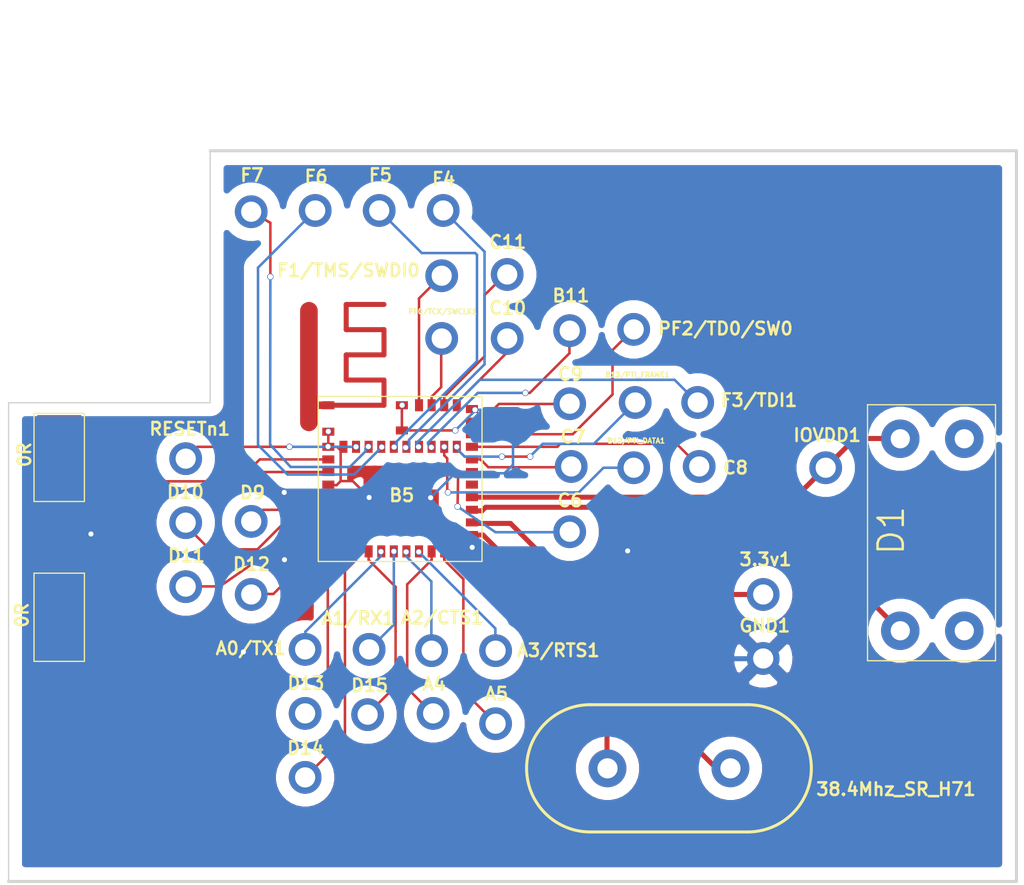
<source format=kicad_pcb>
(kicad_pcb (version 20171130) (host pcbnew 5.1.2-f72e74a~84~ubuntu18.04.1)

  (general
    (thickness 1.6)
    (drawings 22)
    (tracks 251)
    (zones 0)
    (modules 39)
    (nets 45)
  )

  (page A4)
  (layers
    (0 F.Cu signal)
    (31 B.Cu signal)
    (32 B.Adhes user)
    (33 F.Adhes user)
    (34 B.Paste user)
    (35 F.Paste user)
    (36 B.SilkS user)
    (37 F.SilkS user)
    (38 B.Mask user)
    (39 F.Mask user)
    (40 Dwgs.User user)
    (41 Cmts.User user)
    (42 Eco1.User user)
    (43 Eco2.User user)
    (44 Edge.Cuts user)
    (45 Margin user)
    (46 B.CrtYd user)
    (47 F.CrtYd user)
    (48 B.Fab user)
    (49 F.Fab user)
  )

  (setup
    (last_trace_width 0.1)
    (user_trace_width 0.2)
    (trace_clearance 0.2)
    (zone_clearance 0.508)
    (zone_45_only no)
    (trace_min 0.01)
    (via_size 0.8)
    (via_drill 0.4)
    (via_min_size 0.01)
    (via_min_drill 0.3)
    (uvia_size 0.3)
    (uvia_drill 0.1)
    (uvias_allowed no)
    (uvia_min_size 0.01)
    (uvia_min_drill 0.1)
    (edge_width 0.2)
    (segment_width 0.2)
    (pcb_text_width 0.3)
    (pcb_text_size 1.5 1.5)
    (mod_edge_width 0.2)
    (mod_text_size 1 1)
    (mod_text_width 0.15)
    (pad_size 1.3 1.3)
    (pad_drill 0.8)
    (pad_to_mask_clearance 0.051)
    (solder_mask_min_width 0.25)
    (aux_axis_origin 0 0)
    (grid_origin 239.35 46.19)
    (visible_elements 7FFFFFFF)
    (pcbplotparams
      (layerselection 0x010fc_ffffffff)
      (usegerberextensions false)
      (usegerberattributes false)
      (usegerberadvancedattributes false)
      (creategerberjobfile false)
      (excludeedgelayer true)
      (linewidth 0.100000)
      (plotframeref false)
      (viasonmask false)
      (mode 1)
      (useauxorigin false)
      (hpglpennumber 1)
      (hpglpenspeed 20)
      (hpglpendiameter 15.000000)
      (psnegative false)
      (psa4output false)
      (plotreference true)
      (plotvalue true)
      (plotinvisibletext false)
      (padsonsilk false)
      (subtractmaskfromsilk false)
      (outputformat 1)
      (mirror false)
      (drillshape 1)
      (scaleselection 1)
      (outputdirectory ""))
  )

  (net 0 "")
  (net 1 +3V3)
  (net 2 GND)
  (net 3 "Net-(B5-Pad40)")
  (net 4 "Net-(B5-Pad39)")
  (net 5 "Net-(B5-Pad41)")
  (net 6 "Net-(B5-Pad43)")
  (net 7 "Net-(B5-Pad44)")
  (net 8 "Net-(B5-Pad42)")
  (net 9 "Net-(B5-Pad34)")
  (net 10 "Net-(B5-Pad33)")
  (net 11 "Net-(B5-Pad32)")
  (net 12 "Net-(B5-Pad35)")
  (net 13 "Net-(B5-Pad30)")
  (net 14 "Net-(B5-Pad29)")
  (net 15 "Net-(B5-Pad24)")
  (net 16 "Net-(B5-Pad25)")
  (net 17 "Net-(B5-Pad23)")
  (net 18 "Net-(B5-Pad28)")
  (net 19 "Net-(B5-Pad27)")
  (net 20 "Net-(B5-Pad26)")
  (net 21 "Net-(B5-Pad47)")
  (net 22 "Net-(B5-Pad7)")
  (net 23 "Net-(B5-Pad6)")
  (net 24 "Net-(B5-Pad8)")
  (net 25 "Net-(B5-Pad9)")
  (net 26 "Net-(B5-Pad10)")
  (net 27 "Net-(B5-Pad11)")
  (net 28 "Net-(B5-Pad12)")
  (net 29 "Net-(D1-Pad3)")
  (net 30 "Net-(D1-Pad1)")
  (net 31 "Net-(A4-Pad1)")
  (net 32 "Net-(A5-Pad1)")
  (net 33 "Net-(A0/TX1-Pad1)")
  (net 34 "Net-(A1/RX1-Pad1)")
  (net 35 "Net-(A2/CTS1-Pad1)")
  (net 36 "Net-(A3/RTS1-Pad1)")
  (net 37 "Net-(0R1-Pad1)")
  (net 38 "Net-(0R1-Pad2)")
  (net 39 "Net-(0R2-Pad1)")
  (net 40 "Net-(B11-Pad1)")
  (net 41 "Net-(B12/PTI_DATA1-Pad1)")
  (net 42 "Net-(B13/PTI_FRAME1-Pad1)")
  (net 43 "Net-(38.4Mhz_SR_H71-Pad2)")
  (net 44 "Net-(38.4Mhz_SR_H71-Pad1)")

  (net_class Default "This is the default net class."
    (clearance 0.2)
    (trace_width 0.1)
    (via_dia 0.8)
    (via_drill 0.4)
    (uvia_dia 0.3)
    (uvia_drill 0.1)
    (add_net +3V3)
    (add_net GND)
    (add_net "Net-(0R1-Pad1)")
    (add_net "Net-(0R1-Pad2)")
    (add_net "Net-(0R2-Pad1)")
    (add_net "Net-(38.4Mhz_SR_H71-Pad1)")
    (add_net "Net-(38.4Mhz_SR_H71-Pad2)")
    (add_net "Net-(A0/TX1-Pad1)")
    (add_net "Net-(A1/RX1-Pad1)")
    (add_net "Net-(A2/CTS1-Pad1)")
    (add_net "Net-(A3/RTS1-Pad1)")
    (add_net "Net-(A4-Pad1)")
    (add_net "Net-(A5-Pad1)")
    (add_net "Net-(B11-Pad1)")
    (add_net "Net-(B12/PTI_DATA1-Pad1)")
    (add_net "Net-(B13/PTI_FRAME1-Pad1)")
    (add_net "Net-(B5-Pad10)")
    (add_net "Net-(B5-Pad11)")
    (add_net "Net-(B5-Pad12)")
    (add_net "Net-(B5-Pad23)")
    (add_net "Net-(B5-Pad24)")
    (add_net "Net-(B5-Pad25)")
    (add_net "Net-(B5-Pad26)")
    (add_net "Net-(B5-Pad27)")
    (add_net "Net-(B5-Pad28)")
    (add_net "Net-(B5-Pad29)")
    (add_net "Net-(B5-Pad30)")
    (add_net "Net-(B5-Pad32)")
    (add_net "Net-(B5-Pad33)")
    (add_net "Net-(B5-Pad34)")
    (add_net "Net-(B5-Pad35)")
    (add_net "Net-(B5-Pad39)")
    (add_net "Net-(B5-Pad40)")
    (add_net "Net-(B5-Pad41)")
    (add_net "Net-(B5-Pad42)")
    (add_net "Net-(B5-Pad43)")
    (add_net "Net-(B5-Pad44)")
    (add_net "Net-(B5-Pad47)")
    (add_net "Net-(B5-Pad6)")
    (add_net "Net-(B5-Pad7)")
    (add_net "Net-(B5-Pad8)")
    (add_net "Net-(B5-Pad9)")
    (add_net "Net-(D1-Pad1)")
    (add_net "Net-(D1-Pad3)")
  )

  (module Crystal_resonators:HC_49S (layer F.Cu) (tedit 5CC074F9) (tstamp 5CE1D326)
    (at 248.22 60.6)
    (descr "Crystal THT HC-49/U http://5hertz.com/pdfs/04404_D.pdf")
    (tags "THT crystalHC-49/U")
    (path /5CEA37F1)
    (fp_text reference 38.4Mhz_SR_H71 (at 11.45 0.83) (layer F.SilkS)
      (effects (font (size 0.5 0.5) (thickness 0.1)))
    )
    (fp_text value HC_49S (at 2.44 3.525) (layer F.Fab)
      (effects (font (size 0.5 0.5) (thickness 0.1)))
    )
    (fp_arc (start 5.565 0) (end 5.565 -2.525) (angle 180) (layer F.SilkS) (width 0.12))
    (fp_arc (start -0.685 0) (end -0.685 -2.525) (angle -180) (layer F.SilkS) (width 0.12))
    (fp_arc (start 5.44 0) (end 5.44 -2) (angle 180) (layer F.Fab) (width 0.1))
    (fp_arc (start -0.56 0) (end -0.56 -2) (angle -180) (layer F.Fab) (width 0.1))
    (fp_arc (start 5.565 0) (end 5.565 -2.325) (angle 180) (layer F.Fab) (width 0.1))
    (fp_arc (start -0.685 0) (end -0.685 -2.325) (angle -180) (layer F.Fab) (width 0.1))
    (fp_line (start 8.4 -2.8) (end -3.5 -2.8) (layer F.CrtYd) (width 0.05))
    (fp_line (start 8.4 2.8) (end 8.4 -2.8) (layer F.CrtYd) (width 0.05))
    (fp_line (start -3.5 2.8) (end 8.4 2.8) (layer F.CrtYd) (width 0.05))
    (fp_line (start -3.5 -2.8) (end -3.5 2.8) (layer F.CrtYd) (width 0.05))
    (fp_line (start -0.685 2.525) (end 5.565 2.525) (layer F.SilkS) (width 0.12))
    (fp_line (start -0.685 -2.525) (end 5.565 -2.525) (layer F.SilkS) (width 0.12))
    (fp_line (start -0.56 2) (end 5.44 2) (layer F.Fab) (width 0.1))
    (fp_line (start -0.56 -2) (end 5.44 -2) (layer F.Fab) (width 0.1))
    (fp_line (start -0.685 2.325) (end 5.565 2.325) (layer F.Fab) (width 0.1))
    (fp_line (start -0.685 -2.325) (end 5.565 -2.325) (layer F.Fab) (width 0.1))
    (fp_text user %R (at 2.56 2.1) (layer F.Fab)
      (effects (font (size 0.5 0.5) (thickness 0.1)))
    )
    (pad 2 thru_hole circle (at 4.88 0) (size 1.5 1.5) (drill 0.8) (layers *.Cu *.Mask)
      (net 43 "Net-(38.4Mhz_SR_H71-Pad2)"))
    (pad 1 thru_hole circle (at 0 0) (size 1.5 1.5) (drill 0.8) (layers *.Cu *.Mask)
      (net 44 "Net-(38.4Mhz_SR_H71-Pad1)"))
    (model ${KISYS3DMOD}/Crystal.3dshapes/Crystal_HC49-U_Vertical.wrl
      (at (xyz 0 0 0))
      (scale (xyz 1 1 0.18))
      (rotate (xyz 0 0 0))
    )
  )

  (module ICs:Ο (layer F.Cu) (tedit 5CDFF879) (tstamp 5CE19B87)
    (at 254.46 56.19)
    (path /5CE6FD28)
    (fp_text reference GND1 (at 0 -1.25) (layer F.SilkS)
      (effects (font (size 0.5 0.5) (thickness 0.1)))
    )
    (fp_text value O (at 0.24 0) (layer F.Fab)
      (effects (font (size 0.5 0.5) (thickness 0.1)))
    )
    (pad 1 thru_hole circle (at -0.06 0.05) (size 1.3 1.3) (drill 0.8) (layers *.Cu *.Mask)
      (net 2 GND))
  )

  (module ICs:Ο (layer F.Cu) (tedit 5CDFF879) (tstamp 5CE19A8A)
    (at 254.46 53.65)
    (path /5CE6E906)
    (fp_text reference 3.3v1 (at 0.03 -1.34) (layer F.SilkS)
      (effects (font (size 0.5 0.5) (thickness 0.1)))
    )
    (fp_text value O (at 0 0) (layer F.Fab)
      (effects (font (size 0.5 0.5) (thickness 0.1)))
    )
    (pad 1 thru_hole circle (at -0.06 0.05) (size 1.3 1.3) (drill 0.8) (layers *.Cu *.Mask)
      (net 1 +3V3))
  )

  (module ICs:DIP2_Switch (layer F.Cu) (tedit 5CE174E0) (tstamp 5CE18B79)
    (at 261.08 51.25 90)
    (path /5CE12987)
    (fp_text reference D1 (at 0.09 -1.6 90) (layer F.SilkS)
      (effects (font (size 1 1) (thickness 0.1)))
    )
    (fp_text value DIP2_Switch (at 0.09 0.94 90) (layer F.Fab)
      (effects (font (size 1 1) (thickness 0.1)))
    )
    (fp_line (start -5.08 2.54) (end -5.08 -2.54) (layer F.SilkS) (width 0.05))
    (fp_line (start 5.08 2.54) (end -5.08 2.54) (layer F.SilkS) (width 0.05))
    (fp_line (start 5.08 -2.54) (end 5.08 2.54) (layer F.SilkS) (width 0.05))
    (fp_line (start -5.08 -2.54) (end 5.08 -2.54) (layer F.SilkS) (width 0.05))
    (pad 4 thru_hole circle (at 3.73 -1.24 90) (size 1.524 1.524) (drill 0.762) (layers *.Cu *.Mask)
      (net 15 "Net-(B5-Pad24)"))
    (pad 2 thru_hole circle (at -3.89 -1.24 90) (size 1.524 1.524) (drill 0.762) (layers *.Cu *.Mask)
      (net 17 "Net-(B5-Pad23)"))
    (pad 3 thru_hole circle (at 3.73 1.3 90) (size 1.524 1.524) (drill 0.762) (layers *.Cu *.Mask)
      (net 29 "Net-(D1-Pad3)"))
    (pad 1 thru_hole circle (at -3.89 1.3 90) (size 1.524 1.524) (drill 0.762) (layers *.Cu *.Mask)
      (net 30 "Net-(D1-Pad1)"))
  )

  (module ICs:Ο (layer F.Cu) (tedit 5CDFF879) (tstamp 5CE116AB)
    (at 256.94 48.62)
    (path /5CE1CE15)
    (fp_text reference IOVDD1 (at 0 -1.24) (layer F.SilkS)
      (effects (font (size 0.5 0.5) (thickness 0.1)))
    )
    (fp_text value O (at -0.13 0.1) (layer F.Fab)
      (effects (font (size 0.5 0.5) (thickness 0.1)))
    )
    (pad 1 thru_hole circle (at -0.06 0.05) (size 1.3 1.3) (drill 0.8) (layers *.Cu *.Mask)
      (net 15 "Net-(B5-Pad24)"))
  )

  (module ICs:Ο (layer F.Cu) (tedit 5CDFF879) (tstamp 5CE17703)
    (at 246.78 51.16)
    (path /5CE8410C)
    (fp_text reference C6 (at -0.05 -1.19) (layer F.SilkS)
      (effects (font (size 0.5 0.5) (thickness 0.1)))
    )
    (fp_text value O (at -0.12 0.08) (layer F.Fab)
      (effects (font (size 0.5 0.5) (thickness 0.1)))
    )
    (pad 1 thru_hole circle (at -0.06 0.05) (size 1.3 1.3) (drill 0.8) (layers *.Cu *.Mask)
      (net 20 "Net-(B5-Pad26)"))
  )

  (module ICs:Ο (layer F.Cu) (tedit 5CDFF879) (tstamp 5CE176FE)
    (at 246.84 48.57)
    (path /5CE84DAB)
    (fp_text reference C7 (at 0.01 -1.13) (layer F.SilkS)
      (effects (font (size 0.5 0.5) (thickness 0.1)))
    )
    (fp_text value O (at 0 0) (layer F.Fab)
      (effects (font (size 0.5 0.5) (thickness 0.1)))
    )
    (pad 1 thru_hole circle (at -0.06 0.05) (size 1.3 1.3) (drill 0.8) (layers *.Cu *.Mask)
      (net 19 "Net-(B5-Pad27)"))
  )

  (module ICs:Ο (layer F.Cu) (tedit 5CDFF879) (tstamp 5CE176F9)
    (at 251.92 48.57)
    (path /5CE85725)
    (fp_text reference C8 (at 1.38 0.1) (layer F.SilkS)
      (effects (font (size 0.5 0.5) (thickness 0.1)))
    )
    (fp_text value O (at 0.01 0.22) (layer F.Fab)
      (effects (font (size 0.5 0.5) (thickness 0.1)))
    )
    (pad 1 thru_hole circle (at -0.06 0.05) (size 1.3 1.3) (drill 0.8) (layers *.Cu *.Mask)
      (net 18 "Net-(B5-Pad28)"))
  )

  (module ICs:Ο (layer F.Cu) (tedit 5CDFF879) (tstamp 5CE176F4)
    (at 246.78 46.08)
    (path /5CE88648)
    (fp_text reference C9 (at -0.03 -1.13) (layer F.SilkS)
      (effects (font (size 0.5 0.5) (thickness 0.1)))
    )
    (fp_text value O (at 0 0) (layer F.Fab) hide
      (effects (font (size 0.5 0.5) (thickness 0.1)))
    )
    (pad 1 thru_hole circle (at -0.06 0.05) (size 1.3 1.3) (drill 0.8) (layers *.Cu *.Mask)
      (net 13 "Net-(B5-Pad30)"))
  )

  (module ICs:Ο (layer F.Cu) (tedit 5CDFF879) (tstamp 5CE176EF)
    (at 244.3 43.49)
    (path /5CE97585)
    (fp_text reference C10 (at -0.04 -1.16) (layer F.SilkS)
      (effects (font (size 0.5 0.5) (thickness 0.1)))
    )
    (fp_text value O (at -0.29 0.05) (layer F.Fab)
      (effects (font (size 0.5 0.5) (thickness 0.1)))
    )
    (pad 1 thru_hole circle (at -0.06 0.05) (size 1.3 1.3) (drill 0.8) (layers *.Cu *.Mask)
      (net 11 "Net-(B5-Pad32)"))
  )

  (module ICs:Ο (layer F.Cu) (tedit 5CDFF879) (tstamp 5CE176EA)
    (at 244.3 40.95)
    (path /5CE97066)
    (fp_text reference C11 (at -0.04 -1.24) (layer F.SilkS)
      (effects (font (size 0.5 0.5) (thickness 0.1)))
    )
    (fp_text value O (at 0 0) (layer F.Fab)
      (effects (font (size 0.5 0.5) (thickness 0.1)))
    )
    (pad 1 thru_hole circle (at -0.06 0.05) (size 1.3 1.3) (drill 0.8) (layers *.Cu *.Mask)
      (net 10 "Net-(B5-Pad33)"))
  )

  (module ICs:Ο (layer F.Cu) (tedit 5CDFF879) (tstamp 5CE176E0)
    (at 243.84 58.78)
    (path /5CE7EBE3)
    (fp_text reference A5 (at -0.02 -1.14) (layer F.SilkS)
      (effects (font (size 0.5 0.5) (thickness 0.1)))
    )
    (fp_text value O (at 0 0) (layer F.Fab)
      (effects (font (size 0.5 0.5) (thickness 0.1)))
    )
    (pad 1 thru_hole circle (at -0.06 0.05) (size 1.3 1.3) (drill 0.8) (layers *.Cu *.Mask)
      (net 32 "Net-(A5-Pad1)"))
  )

  (module ICs:Ο (layer F.Cu) (tedit 5CDFF879) (tstamp 5CE176DB)
    (at 246.78 43.18)
    (path /5CE9B613)
    (fp_text reference B11 (at -0.01 -1.34) (layer F.SilkS)
      (effects (font (size 0.5 0.5) (thickness 0.1)))
    )
    (fp_text value O (at 0 0) (layer F.Fab)
      (effects (font (size 0.5 0.5) (thickness 0.1)))
    )
    (pad 1 thru_hole circle (at -0.06 0.05) (size 1.3 1.3) (drill 0.8) (layers *.Cu *.Mask)
      (net 40 "Net-(B11-Pad1)"))
  )

  (module ICs:Ο (layer F.Cu) (tedit 5CDFF879) (tstamp 5CE176D6)
    (at 241.36 58.37)
    (path /5CE7B663)
    (fp_text reference A4 (at -0.02 -1.11) (layer F.SilkS)
      (effects (font (size 0.5 0.5) (thickness 0.1)))
    )
    (fp_text value O (at 0 0) (layer F.Fab)
      (effects (font (size 0.5 0.5) (thickness 0.1)))
    )
    (pad 1 thru_hole circle (at -0.06 0.05) (size 1.3 1.3) (drill 0.8) (layers *.Cu *.Mask)
      (net 31 "Net-(A4-Pad1)"))
  )

  (module ICs:Ο (layer F.Cu) (tedit 5CDFF879) (tstamp 5CE176D1)
    (at 241.76 38.41)
    (path /5CE8E61A)
    (fp_text reference F4 (at -0.04 -1.2) (layer F.SilkS)
      (effects (font (size 0.5 0.5) (thickness 0.1)))
    )
    (fp_text value O (at -0.06 0.05) (layer F.Fab)
      (effects (font (size 0.5 0.5) (thickness 0.1)))
    )
    (pad 1 thru_hole circle (at -0.06 0.05) (size 1.3 1.3) (drill 0.8) (layers *.Cu *.Mask)
      (net 3 "Net-(B5-Pad40)"))
  )

  (module ICs:Ο (layer F.Cu) (tedit 5CDFF879) (tstamp 5CE176CC)
    (at 239.22 38.41)
    (path /5CE8DB58)
    (fp_text reference F5 (at -0.01 -1.35) (layer F.SilkS)
      (effects (font (size 0.5 0.5) (thickness 0.1)))
    )
    (fp_text value O (at 0 0) (layer F.Fab)
      (effects (font (size 0.5 0.5) (thickness 0.1)))
    )
    (pad 1 thru_hole circle (at -0.06 0.05) (size 1.3 1.3) (drill 0.8) (layers *.Cu *.Mask)
      (net 5 "Net-(B5-Pad41)"))
  )

  (module ICs:Ο (layer F.Cu) (tedit 5CDFF879) (tstamp 5CE176C7)
    (at 236.68 38.41)
    (path /5CE7424E)
    (fp_text reference F6 (at -0.02 -1.29) (layer F.SilkS)
      (effects (font (size 0.5 0.5) (thickness 0.1)))
    )
    (fp_text value O (at -0.06 0.05) (layer F.Fab)
      (effects (font (size 0.5 0.5) (thickness 0.1)))
    )
    (pad 1 thru_hole circle (at -0.06 0.05) (size 1.3 1.3) (drill 0.8) (layers *.Cu *.Mask)
      (net 8 "Net-(B5-Pad42)"))
  )

  (module ICs:Ο (layer F.Cu) (tedit 5CDFF879) (tstamp 5CE176C2)
    (at 234.14 38.46)
    (path /5CE7F086)
    (fp_text reference F7 (at -0.03 -1.4) (layer F.SilkS)
      (effects (font (size 0.5 0.5) (thickness 0.1)))
    )
    (fp_text value O (at -0.29 0) (layer F.Fab)
      (effects (font (size 0.5 0.5) (thickness 0.1)))
    )
    (pad 1 thru_hole circle (at -0.06 0.05) (size 1.3 1.3) (drill 0.8) (layers *.Cu *.Mask)
      (net 6 "Net-(B5-Pad43)"))
  )

  (module ICs:Ο (layer F.Cu) (tedit 5CDFF879) (tstamp 5CE176BD)
    (at 238.76 58.42)
    (path /5CE78506)
    (fp_text reference D15 (at 0.02 -1.11) (layer F.SilkS)
      (effects (font (size 0.5 0.5) (thickness 0.1)))
    )
    (fp_text value O (at -0.29 0) (layer F.Fab)
      (effects (font (size 0.5 0.5) (thickness 0.1)))
    )
    (pad 1 thru_hole circle (at -0.06 0.05) (size 1.3 1.3) (drill 0.8) (layers *.Cu *.Mask)
      (net 28 "Net-(B5-Pad12)"))
  )

  (module ICs:Ο (layer F.Cu) (tedit 5CDFF879) (tstamp 5CE176B8)
    (at 236.28 60.91)
    (path /5CE782A8)
    (fp_text reference D14 (at -0.04 -1.11) (layer F.SilkS)
      (effects (font (size 0.5 0.5) (thickness 0.1)))
    )
    (fp_text value O (at -0.06 0.05) (layer F.Fab)
      (effects (font (size 0.5 0.5) (thickness 0.1)))
    )
    (pad 1 thru_hole circle (at -0.06 0.05) (size 1.3 1.3) (drill 0.8) (layers *.Cu *.Mask)
      (net 27 "Net-(B5-Pad11)"))
  )

  (module ICs:Ο (layer F.Cu) (tedit 5CDFF879) (tstamp 5CE176B3)
    (at 236.28 58.37)
    (path /5CE77262)
    (fp_text reference D13 (at -0.03 -1.15) (layer F.SilkS)
      (effects (font (size 0.5 0.5) (thickness 0.1)))
    )
    (fp_text value O (at -0.04 0.09) (layer F.Fab)
      (effects (font (size 0.5 0.5) (thickness 0.1)))
    )
    (pad 1 thru_hole circle (at -0.06 0.05) (size 1.3 1.3) (drill 0.8) (layers *.Cu *.Mask)
      (net 26 "Net-(B5-Pad10)"))
  )

  (module ICs:Ο (layer F.Cu) (tedit 5CDFF879) (tstamp 5CE176AE)
    (at 234.14 53.65)
    (path /5CE73EAB)
    (fp_text reference D12 (at -0.05 -1.15) (layer F.SilkS)
      (effects (font (size 0.5 0.5) (thickness 0.1)))
    )
    (fp_text value O (at 0 0) (layer F.Fab)
      (effects (font (size 0.5 0.5) (thickness 0.1)))
    )
    (pad 1 thru_hole circle (at -0.06 0.05) (size 1.3 1.3) (drill 0.8) (layers *.Cu *.Mask)
      (net 25 "Net-(B5-Pad9)"))
  )

  (module ICs:Ο (layer F.Cu) (tedit 5CDFF879) (tstamp 5CE176A9)
    (at 231.54 53.34)
    (path /5CE73CED)
    (fp_text reference D11 (at -0.03 -1.18) (layer F.SilkS)
      (effects (font (size 0.5 0.5) (thickness 0.1)))
    )
    (fp_text value O (at -0.03 0.06) (layer F.Fab)
      (effects (font (size 0.5 0.5) (thickness 0.1)))
    )
    (pad 1 thru_hole circle (at -0.06 0.05) (size 1.3 1.3) (drill 0.8) (layers *.Cu *.Mask)
      (net 24 "Net-(B5-Pad8)"))
  )

  (module ICs:Ο (layer F.Cu) (tedit 5CDFF879) (tstamp 5CE176A4)
    (at 231.54 50.8)
    (path /5CE73B0C)
    (fp_text reference D10 (at -0.07 -1.16) (layer F.SilkS)
      (effects (font (size 0.5 0.5) (thickness 0.1)))
    )
    (fp_text value O (at 0 0) (layer F.Fab)
      (effects (font (size 0.5 0.5) (thickness 0.1)))
    )
    (pad 1 thru_hole circle (at -0.06 0.05) (size 1.3 1.3) (drill 0.8) (layers *.Cu *.Mask)
      (net 22 "Net-(B5-Pad7)"))
  )

  (module ICs:Ο (layer F.Cu) (tedit 5CDFF879) (tstamp 5CE1769F)
    (at 234.14 50.75)
    (path /5CE72BEA)
    (fp_text reference D9 (at -0.01 -1.09) (layer F.SilkS)
      (effects (font (size 0.5 0.5) (thickness 0.1)))
    )
    (fp_text value O (at -0.06 0) (layer F.Fab)
      (effects (font (size 0.5 0.5) (thickness 0.1)))
    )
    (pad 1 thru_hole circle (at -0.06 0.05) (size 1.3 1.3) (drill 0.8) (layers *.Cu *.Mask)
      (net 23 "Net-(B5-Pad6)"))
  )

  (module ICs:Ο (layer F.Cu) (tedit 5CDFF879) (tstamp 5CE1769A)
    (at 241.7 43.49)
    (path /5CE4F96B)
    (fp_text reference PF0/TCK/SWCLK1 (at -0.02 -1.02) (layer F.SilkS)
      (effects (font (size 0.2 0.2) (thickness 0.05)))
    )
    (fp_text value O (at -0.06 0.05) (layer F.Fab)
      (effects (font (size 0.5 0.5) (thickness 0.1)))
    )
    (pad 1 thru_hole circle (at -0.06 0.05) (size 1.3 1.3) (drill 0.8) (layers *.Cu *.Mask)
      (net 9 "Net-(B5-Pad34)"))
  )

  (module ICs:Ο (layer F.Cu) (tedit 5CDFF879) (tstamp 5CE17695)
    (at 249.38 46.03)
    (path /5CE50850)
    (fp_text reference B13/PTI_FRAME1 (at 0.03 -1.05) (layer F.SilkS)
      (effects (font (size 0.2 0.2) (thickness 0.05)))
    )
    (fp_text value O (at 0 0) (layer F.Fab)
      (effects (font (size 0.5 0.5) (thickness 0.1)))
    )
    (pad 1 thru_hole circle (at -0.06 0.05) (size 1.3 1.3) (drill 0.8) (layers *.Cu *.Mask)
      (net 42 "Net-(B13/PTI_FRAME1-Pad1)"))
  )

  (module ICs:Ο (layer F.Cu) (tedit 5CDFF879) (tstamp 5CE17690)
    (at 241.7 41)
    (path /5CE4A1D8)
    (fp_text reference F1/TMS/SWDI0 (at -3.76 -0.16) (layer F.SilkS)
      (effects (font (size 0.5 0.5) (thickness 0.1)))
    )
    (fp_text value O (at -0.06 0.05) (layer F.Fab)
      (effects (font (size 0.5 0.5) (thickness 0.1)))
    )
    (pad 1 thru_hole circle (at -0.06 0.05) (size 1.3 1.3) (drill 0.8) (layers *.Cu *.Mask)
      (net 12 "Net-(B5-Pad35)"))
  )

  (module ICs:Ο (layer F.Cu) (tedit 5CDFF879) (tstamp 5CE1768B)
    (at 249.32 48.62)
    (path /5CE5041A)
    (fp_text reference B12/PTI_DATA1 (at 0.04 -1.02) (layer F.SilkS)
      (effects (font (size 0.2 0.2) (thickness 0.05)))
    )
    (fp_text value O (at -0.06 0.05) (layer F.Fab)
      (effects (font (size 0.5 0.5) (thickness 0.1)))
    )
    (pad 1 thru_hole circle (at -0.06 0.05) (size 1.3 1.3) (drill 0.8) (layers *.Cu *.Mask)
      (net 41 "Net-(B12/PTI_DATA1-Pad1)"))
  )

  (module ICs:Ο (layer F.Cu) (tedit 5CDFF879) (tstamp 5CE17686)
    (at 251.86 46.03)
    (path /5CE50988)
    (fp_text reference F3/TDI1 (at 2.37 -0.04) (layer F.SilkS)
      (effects (font (size 0.5 0.5) (thickness 0.1)))
    )
    (fp_text value O (at -0.06 0) (layer F.Fab)
      (effects (font (size 0.5 0.5) (thickness 0.1)))
    )
    (pad 1 thru_hole circle (at -0.06 0.05) (size 1.3 1.3) (drill 0.8) (layers *.Cu *.Mask)
      (net 4 "Net-(B5-Pad39)"))
  )

  (module ICs:Ο (layer F.Cu) (tedit 5CDFF879) (tstamp 5CE17681)
    (at 249.32 43.13)
    (path /5CE47CAE)
    (fp_text reference PF2/TD0/SW0 (at 3.58 0.02) (layer F.SilkS)
      (effects (font (size 0.5 0.5) (thickness 0.1)))
    )
    (fp_text value O (at 0.02 0.02) (layer F.Fab)
      (effects (font (size 0.5 0.5) (thickness 0.1)))
    )
    (pad 1 thru_hole circle (at -0.06 0.05) (size 1.3 1.3) (drill 0.8) (layers *.Cu *.Mask)
      (net 14 "Net-(B5-Pad29)"))
  )

  (module Resistors_smd:1206_res_smd (layer F.Cu) (tedit 5CC07519) (tstamp 5CE1767C)
    (at 226.46 54.605 270)
    (path /5CE19F17)
    (fp_text reference 0R1 (at -0.075 1.45 270) (layer F.Fab)
      (effects (font (size 0.5 0.5) (thickness 0.1)))
    )
    (fp_text value 0R (at -0.085 1.48 270) (layer F.SilkS)
      (effects (font (size 0.5 0.5) (thickness 0.1)))
    )
    (fp_line (start -1.75 -1) (end 1.75 -1) (layer F.SilkS) (width 0.05))
    (fp_line (start 1.75 -1) (end 1.75 1) (layer F.SilkS) (width 0.05))
    (fp_line (start 1.75 1) (end -1.75 1) (layer F.SilkS) (width 0.05))
    (fp_line (start -1.75 1) (end -1.75 -1) (layer F.SilkS) (width 0.05))
    (pad 1 smd rect (at -1.275 0 270) (size 0.8 1.75) (layers F.Cu F.Paste F.Mask)
      (net 37 "Net-(0R1-Pad1)"))
    (pad 2 smd rect (at 1.275 0 270) (size 0.8 1.75) (layers F.Cu F.Paste F.Mask)
      (net 38 "Net-(0R1-Pad2)"))
  )

  (module Resistors_smd:1206_res_smd (layer F.Cu) (tedit 5CC07519) (tstamp 5CE17672)
    (at 226.46 48.26 270)
    (path /5CE17CED)
    (fp_text reference 0R2 (at -0.05 1.39 270) (layer F.Fab)
      (effects (font (size 0.5 0.5) (thickness 0.1)))
    )
    (fp_text value 0R (at -0.11 1.38 270) (layer F.SilkS)
      (effects (font (size 0.5 0.5) (thickness 0.1)))
    )
    (fp_line (start -1.75 -1) (end 1.75 -1) (layer F.SilkS) (width 0.05))
    (fp_line (start 1.75 -1) (end 1.75 1) (layer F.SilkS) (width 0.05))
    (fp_line (start 1.75 1) (end -1.75 1) (layer F.SilkS) (width 0.05))
    (fp_line (start -1.75 1) (end -1.75 -1) (layer F.SilkS) (width 0.05))
    (pad 1 smd rect (at -1.275 0 270) (size 0.8 1.75) (layers F.Cu F.Paste F.Mask)
      (net 39 "Net-(0R2-Pad1)"))
    (pad 2 smd rect (at 1.275 0 270) (size 0.8 1.75) (layers F.Cu F.Paste F.Mask)
      (net 37 "Net-(0R1-Pad1)"))
  )

  (module ICs:Ο (layer F.Cu) (tedit 5CDFF879) (tstamp 5CE17668)
    (at 238.82 55.83)
    (path /5CE23088)
    (fp_text reference A1/RX1 (at -0.5 -1.19) (layer F.SilkS)
      (effects (font (size 0.5 0.5) (thickness 0.1)))
    )
    (fp_text value O (at -0.06 0.05) (layer F.Fab)
      (effects (font (size 0.5 0.5) (thickness 0.1)))
    )
    (pad 1 thru_hole circle (at -0.06 0.05) (size 1.3 1.3) (drill 0.8) (layers *.Cu *.Mask)
      (net 34 "Net-(A1/RX1-Pad1)"))
  )

  (module ICs:Ο (layer F.Cu) (tedit 5CDFF879) (tstamp 5CE17663)
    (at 236.28 55.83)
    (path /5CE21FAD)
    (fp_text reference A0/TX1 (at -2.22 0.01) (layer F.SilkS)
      (effects (font (size 0.5 0.5) (thickness 0.1)))
    )
    (fp_text value O (at -0.06 0.05) (layer F.Fab)
      (effects (font (size 0.5 0.5) (thickness 0.1)))
    )
    (pad 1 thru_hole circle (at -0.06 0.05) (size 1.3 1.3) (drill 0.8) (layers *.Cu *.Mask)
      (net 33 "Net-(A0/TX1-Pad1)"))
  )

  (module ICs:Ο (layer F.Cu) (tedit 5CDFF879) (tstamp 5CE1765E)
    (at 241.3 55.88)
    (path /5CE23796)
    (fp_text reference A2/CTS1 (at 0.36 -1.26) (layer F.SilkS)
      (effects (font (size 0.5 0.5) (thickness 0.1)))
    )
    (fp_text value O (at -0.06 0) (layer F.Fab)
      (effects (font (size 0.5 0.5) (thickness 0.1)))
    )
    (pad 1 thru_hole circle (at -0.06 0.05) (size 1.3 1.3) (drill 0.8) (layers *.Cu *.Mask)
      (net 35 "Net-(A2/CTS1-Pad1)"))
  )

  (module ICs:Ο (layer F.Cu) (tedit 5CDFF879) (tstamp 5CE17659)
    (at 231.54 48.26)
    (path /5CE1EBCE)
    (fp_text reference RESETn1 (at 0.1 -1.13) (layer F.SilkS)
      (effects (font (size 0.5 0.5) (thickness 0.1)))
    )
    (fp_text value GPIO (at 0 0) (layer F.Fab)
      (effects (font (size 0.5 0.5) (thickness 0.1)))
    )
    (pad 1 thru_hole circle (at -0.06 0.05) (size 1.3 1.3) (drill 0.8) (layers *.Cu *.Mask)
      (net 7 "Net-(B5-Pad44)"))
  )

  (module ICs:Ο (layer F.Cu) (tedit 5CDFF879) (tstamp 5CE17654)
    (at 243.84 55.88)
    (path /5CE2A45A)
    (fp_text reference A3/RTS1 (at 2.43 0.04) (layer F.SilkS)
      (effects (font (size 0.5 0.5) (thickness 0.1)))
    )
    (fp_text value O (at 0 0) (layer F.Fab)
      (effects (font (size 0.5 0.5) (thickness 0.1)))
    )
    (pad 1 thru_hole circle (at -0.06 0.05) (size 1.3 1.3) (drill 0.8) (layers *.Cu *.Mask)
      (net 36 "Net-(A3/RTS1-Pad1)"))
  )

  (module "ICs:BGM13S Blue Gecko Bluetooth 5.0 SiP" (layer F.Cu) (tedit 5CDFEF4E) (tstamp 5CE1764F)
    (at 239.96 49.26)
    (path /5CE9B479)
    (fp_text reference B5 (at 0.094999 0.504999) (layer F.SilkS)
      (effects (font (size 0.5 0.5) (thickness 0.1)))
    )
    (fp_text value BGM13S_Blue_Gecko_Bluetooth_5.0_SiP (at 4.374999 -18.685001) (layer F.Fab)
      (effects (font (size 0.5 0.5) (thickness 0.1)))
    )
    (fp_text user PB13 (at 2.28 -0.97 270) (layer F.Fab)
      (effects (font (size 0.1 0.1) (thickness 0.01)))
    )
    (fp_text user PB12 (at 1.79 -0.98 270) (layer F.Fab)
      (effects (font (size 0.1 0.1) (thickness 0.01)))
    )
    (fp_text user PB11 (at 1.28 -0.98 270) (layer F.Fab)
      (effects (font (size 0.1 0.1) (thickness 0.01)))
    )
    (fp_text user PF3 (at 0.79 -1.02 270) (layer F.Fab)
      (effects (font (size 0.1 0.1) (thickness 0.01)))
    )
    (fp_text user PF4 (at 0.31 -0.99 270) (layer F.Fab)
      (effects (font (size 0.1 0.1) (thickness 0.01)))
    )
    (fp_text user PF5 (at -0.23 -1.01 270) (layer F.Fab)
      (effects (font (size 0.1 0.1) (thickness 0.01)))
    )
    (fp_text user PF6 (at -0.72 -0.97 270) (layer F.Fab)
      (effects (font (size 0.1 0.1) (thickness 0.01)))
    )
    (fp_text user PF7 (at -1.2 -0.97 270) (layer F.Fab)
      (effects (font (size 0.1 0.1) (thickness 0.01)))
    )
    (fp_text user RESETn (at -1.7 -0.84 270) (layer F.Fab)
      (effects (font (size 0.1 0.1) (thickness 0.01)))
    )
    (fp_text user VSS (at -2.2 -0.95 270) (layer F.Fab)
      (effects (font (size 0.1 0.1) (thickness 0.01)))
    )
    (fp_text user VSS (at 0.69 0.62 180) (layer F.Fab)
      (effects (font (size 0.1 0.1) (thickness 0.01)))
    )
    (fp_text user VSS (at -1.67 0.62 180) (layer F.Fab)
      (effects (font (size 0.1 0.1) (thickness 0.01)))
    )
    (fp_text user VSS (at -0.29 -2.09 180) (layer F.Fab)
      (effects (font (size 0.1 0.1) (thickness 0.01)))
    )
    (fp_text user VSS (at -0.32 -3.11 180) (layer F.Fab)
      (effects (font (size 0.1 0.1) (thickness 0.01)))
    )
    (fp_text user PF1 (at 0.79 -3.64 90) (layer F.Fab)
      (effects (font (size 0.1 0.1) (thickness 0.01)))
    )
    (fp_text user PF0 (at 1.29 -3.65 90) (layer F.Fab)
      (effects (font (size 0.1 0.1) (thickness 0.01)))
    )
    (fp_text user PC11 (at 1.79 -3.65 90) (layer F.Fab)
      (effects (font (size 0.1 0.1) (thickness 0.01)))
    )
    (fp_text user PC10 (at 2.29 -3.63 90) (layer F.Fab)
      (effects (font (size 0.1 0.1) (thickness 0.01)))
    )
    (fp_text user VSS (at 3.45 -2.92) (layer F.Fab)
      (effects (font (size 0.1 0.1) (thickness 0.01)))
    )
    (fp_text user PC9 (at 3.46 -2.4) (layer F.Fab)
      (effects (font (size 0.1 0.1) (thickness 0.01)))
    )
    (fp_text user PF2 (at 3.49 -1.88) (layer F.Fab)
      (effects (font (size 0.1 0.1) (thickness 0.01)))
    )
    (fp_text user PC8 (at 3.49 -1.38) (layer F.Fab)
      (effects (font (size 0.1 0.1) (thickness 0.01)))
    )
    (fp_text user PC7 (at 3.5 -0.9) (layer F.Fab)
      (effects (font (size 0.1 0.1) (thickness 0.01)))
    )
    (fp_text user PC6 (at 3.48 -0.37) (layer F.Fab)
      (effects (font (size 0.1 0.1) (thickness 0.01)))
    )
    (fp_text user NC (at 3.47 0.11) (layer F.Fab)
      (effects (font (size 0.1 0.1) (thickness 0.01)))
    )
    (fp_text user I0VDD (at 3.52 0.62) (layer F.Fab)
      (effects (font (size 0.1 0.1) (thickness 0.01)))
    )
    (fp_text user 1V8 (at 3.51 1.1) (layer F.Fab)
      (effects (font (size 0.1 0.1) (thickness 0.01)))
    )
    (fp_text user VBATT (at 3.52 1.61) (layer F.Fab)
      (effects (font (size 0.1 0.1) (thickness 0.01)))
    )
    (fp_text user PB14 (at 3.51 2.11) (layer F.Fab)
      (effects (font (size 0.1 0.1) (thickness 0.01)))
    )
    (fp_text user VSS (at 3.53 2.62) (layer F.Fab)
      (effects (font (size 0.1 0.1) (thickness 0.01)))
    )
    (fp_text user PB15 (at 2.31 3.35 90) (layer F.Fab)
      (effects (font (size 0.1 0.1) (thickness 0.01)))
    )
    (fp_text user PA5 (at 1.8 3.34 90) (layer F.Fab)
      (effects (font (size 0.1 0.1) (thickness 0.01)))
    )
    (fp_text user PA4 (at 1.33 3.34 90) (layer F.Fab)
      (effects (font (size 0.1 0.1) (thickness 0.01)))
    )
    (fp_text user PA3 (at 0.81 3.33 90) (layer F.Fab)
      (effects (font (size 0.1 0.1) (thickness 0.01)))
    )
    (fp_text user PA2 (at 0.3 3.31 90) (layer F.Fab)
      (effects (font (size 0.1 0.1) (thickness 0.01)))
    )
    (fp_text user PA1 (at -0.2 3.29 90) (layer F.Fab)
      (effects (font (size 0.1 0.1) (thickness 0.01)))
    )
    (fp_text user PA0 (at -0.68 3.3 90) (layer F.Fab)
      (effects (font (size 0.1 0.1) (thickness 0.01)))
    )
    (fp_text user PD15 (at -1.21 3.37 90) (layer F.Fab)
      (effects (font (size 0.1 0.1) (thickness 0.01)))
    )
    (fp_text user PD14 (at -1.75 3.38 90) (layer F.Fab)
      (effects (font (size 0.1 0.1) (thickness 0.01)))
    )
    (fp_text user PD13 (at -2.2 3.37 90) (layer F.Fab)
      (effects (font (size 0.1 0.1) (thickness 0.01)))
    )
    (fp_text user PD12 (at -3.44 2.57) (layer F.Fab)
      (effects (font (size 0.1 0.1) (thickness 0.01)))
    )
    (fp_text user PD11 (at -3.43 2.08) (layer F.Fab)
      (effects (font (size 0.1 0.1) (thickness 0.01)))
    )
    (fp_text user PD10 (at -3.44 1.63) (layer F.Fab)
      (effects (font (size 0.1 0.1) (thickness 0.01)))
    )
    (fp_text user PD9 (at -3.39 1.06) (layer F.Fab)
      (effects (font (size 0.1 0.1) (thickness 0.01)))
    )
    (fp_text user VSS (at -3.39 0.58) (layer F.Fab)
      (effects (font (size 0.1 0.1) (thickness 0.01)))
    )
    (fp_text user VSS (at -3.36 0.09) (layer F.Fab)
      (effects (font (size 0.1 0.1) (thickness 0.01)))
    )
    (fp_text user RF (at -3.39 -0.4) (layer F.Fab)
      (effects (font (size 0.1 0.1) (thickness 0.01)))
    )
    (fp_text user ANTENNA (at -3.58 -0.91) (layer F.Fab)
      (effects (font (size 0.1 0.1) (thickness 0.01)))
    )
    (fp_text user VSS (at -3.41 -1.42) (layer F.Fab)
      (effects (font (size 0.1 0.1) (thickness 0.01)))
    )
    (fp_text user VSS (at -3.42 -2) (layer F.Fab)
      (effects (font (size 0.1 0.1) (thickness 0.01)))
    )
    (fp_text user AND_GND (at -3.57 -3.06) (layer F.Fab)
      (effects (font (size 0.1 0.1) (thickness 0.01)))
    )
    (fp_line (start 3.28 3.13) (end 3.28 -3.42) (layer F.SilkS) (width 0.05))
    (fp_line (start -3.22 3.13) (end 3.28 3.13) (layer F.SilkS) (width 0.05))
    (fp_line (start -3.22 -3.42) (end -3.22 3.13) (layer F.SilkS) (width 0.05))
    (fp_line (start 3.28 -3.42) (end -3.22 -3.42) (layer F.SilkS) (width 0.05))
    (pad 51 smd rect (at -1.17 0.62) (size 0.67 0.67) (layers F.Cu F.Paste F.Mask)
      (net 2 GND) (clearance 0.05))
    (pad 50 smd rect (at 1.23 0.61) (size 0.67 0.67) (layers F.Cu F.Paste F.Mask)
      (net 2 GND) (clearance 0.05))
    (pad 38 smd rect (at 1.28 -1.42) (size 0.32 0.48) (layers F.Cu F.Paste F.Mask)
      (net 40 "Net-(B11-Pad1)") (clearance 0.05))
    (pad 37 smd rect (at 1.78 -1.42) (size 0.32 0.48) (layers F.Cu F.Paste F.Mask)
      (net 41 "Net-(B12/PTI_DATA1-Pad1)") (clearance 0.05))
    (pad 36 smd rect (at 2.28 -1.42) (size 0.32 0.48) (layers F.Cu F.Paste F.Mask)
      (net 42 "Net-(B13/PTI_FRAME1-Pad1)") (clearance 0.05))
    (pad 40 smd rect (at 0.28 -1.42 180) (size 0.32 0.48) (layers F.Cu F.Paste F.Mask)
      (net 3 "Net-(B5-Pad40)") (clearance 0.05))
    (pad 39 smd rect (at 0.78 -1.42 180) (size 0.32 0.48) (layers F.Cu F.Paste F.Mask)
      (net 4 "Net-(B5-Pad39)") (clearance 0.05))
    (pad 41 smd rect (at -0.22 -1.42) (size 0.32 0.48) (layers F.Cu F.Paste F.Mask)
      (net 5 "Net-(B5-Pad41)") (clearance 0.05))
    (pad 43 smd rect (at -1.22 -1.42) (size 0.32 0.48) (layers F.Cu F.Paste F.Mask)
      (net 6 "Net-(B5-Pad43)") (clearance 0.05))
    (pad 44 smd rect (at -1.72 -1.42 180) (size 0.32 0.48) (layers F.Cu F.Paste F.Mask)
      (net 7 "Net-(B5-Pad44)") (clearance 0.05))
    (pad 42 smd rect (at -0.72 -1.42) (size 0.32 0.48) (layers F.Cu F.Paste F.Mask)
      (net 8 "Net-(B5-Pad42)") (clearance 0.05))
    (pad 45 smd rect (at -2.22 -1.42 180) (size 0.32 0.48) (layers F.Cu F.Paste F.Mask)
      (net 2 GND) (clearance 0.05))
    (pad 34 smd rect (at 1.28 -3.07) (size 0.32 0.48) (layers F.Cu F.Paste F.Mask)
      (net 9 "Net-(B5-Pad34)") (clearance 0.05))
    (pad 33 smd rect (at 1.78 -3.07) (size 0.32 0.48) (layers F.Cu F.Paste F.Mask)
      (net 10 "Net-(B5-Pad33)") (clearance 0.05))
    (pad 32 smd rect (at 2.28 -3.07) (size 0.32 0.48) (layers F.Cu F.Paste F.Mask)
      (net 11 "Net-(B5-Pad32)") (clearance 0.05))
    (pad 35 smd rect (at 0.78 -3.07 180) (size 0.32 0.48) (layers F.Cu F.Paste F.Mask)
      (net 12 "Net-(B5-Pad35)") (clearance 0.05))
    (pad 48 smd rect (at 0.1 -2.07 270) (size 0.32 0.48) (layers F.Cu F.Paste F.Mask)
      (net 2 GND) (clearance 0.05))
    (pad 46 smd rect (at 0.1 -3.07 270) (size 0.32 0.48) (layers F.Cu F.Paste F.Mask)
      (net 2 GND) (clearance 0.05))
    (pad 30 smd rect (at 2.88 -2.42 270) (size 0.32 0.48) (layers F.Cu F.Paste F.Mask)
      (net 13 "Net-(B5-Pad30)") (clearance 0.05))
    (pad 31 smd rect (at 2.88 -2.92 270) (size 0.32 0.48) (layers F.Cu F.Paste F.Mask)
      (net 2 GND) (clearance 0.05))
    (pad 29 smd rect (at 2.88 -1.92 270) (size 0.32 0.48) (layers F.Cu F.Paste F.Mask)
      (net 14 "Net-(B5-Pad29)") (clearance 0.05))
    (pad 24 smd rect (at 2.88 0.58 270) (size 0.32 0.48) (layers F.Cu F.Paste F.Mask)
      (net 15 "Net-(B5-Pad24)") (clearance 0.05))
    (pad 25 smd rect (at 2.88 0.08 270) (size 0.32 0.48) (layers F.Cu F.Paste F.Mask)
      (net 16 "Net-(B5-Pad25)") (clearance 0.05))
    (pad 23 smd rect (at 2.88 1.08 270) (size 0.32 0.48) (layers F.Cu F.Paste F.Mask)
      (net 17 "Net-(B5-Pad23)") (clearance 0.05))
    (pad 21 smd rect (at 2.88 2.08 270) (size 0.32 0.48) (layers F.Cu F.Paste F.Mask)
      (net 43 "Net-(38.4Mhz_SR_H71-Pad2)") (clearance 0.05))
    (pad 28 smd rect (at 2.88 -1.42 270) (size 0.32 0.48) (layers F.Cu F.Paste F.Mask)
      (net 18 "Net-(B5-Pad28)") (clearance 0.05))
    (pad 27 smd rect (at 2.88 -0.92 270) (size 0.32 0.48) (layers F.Cu F.Paste F.Mask)
      (net 19 "Net-(B5-Pad27)") (clearance 0.05))
    (pad 26 smd rect (at 2.88 -0.42 270) (size 0.32 0.48) (layers F.Cu F.Paste F.Mask)
      (net 20 "Net-(B5-Pad26)") (clearance 0.05))
    (pad 22 smd rect (at 2.88 1.58 270) (size 0.32 0.48) (layers F.Cu F.Paste F.Mask)
      (net 1 +3V3) (clearance 0.05))
    (pad 20 smd rect (at 2.88 2.58 270) (size 0.32 0.48) (layers F.Cu F.Paste F.Mask)
      (net 2 GND) (clearance 0.05))
    (pad 47 smd rect (at -2.82 -3.07 270) (size 0.32 0.48) (layers F.Cu F.Paste F.Mask)
      (net 21 "Net-(B5-Pad47)") (clearance 0.05))
    (pad 49 smd rect (at -2.82 -2.02 270) (size 0.32 0.48) (layers F.Cu F.Paste F.Mask)
      (net 2 GND) (clearance 0.05))
    (pad 1 smd rect (at -2.82 -1.42 270) (size 0.32 0.48) (layers F.Cu F.Paste F.Mask)
      (net 2 GND) (clearance 0.05))
    (pad 2 smd rect (at -2.82 -0.92 270) (size 0.32 0.48) (layers F.Cu F.Paste F.Mask)
      (net 39 "Net-(0R2-Pad1)") (clearance 0.05))
    (pad 4 smd rect (at -2.82 0.08 270) (size 0.32 0.48) (layers F.Cu F.Paste F.Mask)
      (net 2 GND) (clearance 0.05))
    (pad 3 smd rect (at -2.82 -0.42 270) (size 0.32 0.48) (layers F.Cu F.Paste F.Mask)
      (net 37 "Net-(0R1-Pad1)") (clearance 0.05))
    (pad 5 smd rect (at -2.82 0.58 270) (size 0.32 0.48) (layers F.Cu F.Paste F.Mask)
      (net 2 GND) (clearance 0.05))
    (pad 7 smd rect (at -2.82 1.58 270) (size 0.32 0.48) (layers F.Cu F.Paste F.Mask)
      (net 22 "Net-(B5-Pad7)") (clearance 0.05))
    (pad 6 smd rect (at -2.82 1.08 270) (size 0.32 0.48) (layers F.Cu F.Paste F.Mask)
      (net 23 "Net-(B5-Pad6)") (clearance 0.05))
    (pad 8 smd rect (at -2.82 2.08 270) (size 0.32 0.48) (layers F.Cu F.Paste F.Mask)
      (net 24 "Net-(B5-Pad8)") (clearance 0.05))
    (pad 9 smd rect (at -2.82 2.58 270) (size 0.32 0.48) (layers F.Cu F.Paste F.Mask)
      (net 25 "Net-(B5-Pad9)") (clearance 0.05))
    (pad 10 smd rect (at -2.22 2.73) (size 0.32 0.48) (layers F.Cu F.Paste F.Mask)
      (net 26 "Net-(B5-Pad10)") (clearance 0.05))
    (pad 11 smd rect (at -1.72 2.73) (size 0.32 0.48) (layers F.Cu F.Paste F.Mask)
      (net 27 "Net-(B5-Pad11)") (clearance 0.05))
    (pad 12 smd rect (at -1.22 2.73) (size 0.32 0.48) (layers F.Cu F.Paste F.Mask)
      (net 28 "Net-(B5-Pad12)") (clearance 0.05))
    (pad 13 smd rect (at -0.72 2.73) (size 0.32 0.48) (layers F.Cu F.Paste F.Mask)
      (net 33 "Net-(A0/TX1-Pad1)") (clearance 0.05))
    (pad 15 smd rect (at 0.28 2.73) (size 0.32 0.48) (layers F.Cu F.Paste F.Mask)
      (net 35 "Net-(A2/CTS1-Pad1)") (clearance 0.05))
    (pad 14 smd rect (at -0.22 2.73) (size 0.32 0.48) (layers F.Cu F.Paste F.Mask)
      (net 34 "Net-(A1/RX1-Pad1)") (clearance 0.05))
    (pad 16 smd rect (at 0.78 2.73) (size 0.32 0.48) (layers F.Cu F.Paste F.Mask)
      (net 36 "Net-(A3/RTS1-Pad1)") (clearance 0.05))
    (pad 17 smd rect (at 1.28 2.73) (size 0.32 0.48) (layers F.Cu F.Paste F.Mask)
      (net 31 "Net-(A4-Pad1)") (clearance 0.05))
    (pad 18 smd rect (at 1.78 2.73) (size 0.32 0.48) (layers F.Cu F.Paste F.Mask)
      (net 32 "Net-(A5-Pad1)") (clearance 0.05))
    (pad 19 smd rect (at 2.28 2.73) (size 0.32 0.48) (layers F.Cu F.Paste F.Mask)
      (net 44 "Net-(38.4Mhz_SR_H71-Pad1)") (clearance 0.05))
  )

  (gr_line (start 237.85 42.19) (end 239.35 42.19) (layer F.Cu) (width 0.2))
  (gr_line (start 237.85 43.19) (end 237.85 42.19) (layer F.Cu) (width 0.2))
  (gr_line (start 239.35 43.19) (end 237.85 43.19) (layer F.Cu) (width 0.2))
  (gr_line (start 239.35 44.19) (end 239.35 43.19) (layer F.Cu) (width 0.2))
  (gr_line (start 237.85 44.19) (end 239.35 44.19) (layer F.Cu) (width 0.2))
  (gr_line (start 237.85 45.19) (end 237.85 44.19) (layer F.Cu) (width 0.2))
  (gr_line (start 239.35 45.19) (end 237.85 45.19) (layer F.Cu) (width 0.2))
  (gr_line (start 239.35 45.69) (end 239.35 45.19) (layer F.Cu) (width 0.2))
  (gr_line (start 239.35 46.19) (end 239.35 45.69) (layer F.Cu) (width 0.2))
  (gr_line (start 237.15 46.19) (end 239.35 46.19) (layer F.Cu) (width 0.2))
  (gr_line (start 224.45 46.09) (end 224.45 65.09) (layer Edge.Cuts) (width 0.05) (tstamp 5CE466CE))
  (gr_line (start 232.45 46.09) (end 224.45 46.09) (layer Edge.Cuts) (width 0.05))
  (gr_line (start 232.45 45.09) (end 232.45 46.09) (layer Edge.Cuts) (width 0.05))
  (gr_line (start 232.45 36.09) (end 232.45 45.09) (layer Edge.Cuts) (width 0.05))
  (gr_line (start 264.45 65.09) (end 264.45 36.09) (layer Edge.Cuts) (width 0.12) (tstamp 5CE465F8))
  (gr_line (start 224.45 65.09) (end 264.45 65.09) (layer Edge.Cuts) (width 0.12))
  (gr_line (start 264.45 36.09) (end 232.45 36.09) (layer Edge.Cuts) (width 0.12))
  (gr_line (start 236.37 46.87) (end 236.37 42.44) (layer F.Cu) (width 0.7))
  (gr_line (start 237.15 46.19) (end 236.35 46.19) (layer F.Cu) (width 0.3))
  (gr_poly (pts (xy 235.87 42.36) (xy 236.87 42.36) (xy 236.87 47.36) (xy 235.87 47.36)) (layer F.Fab) (width 0))
  (gr_poly (pts (xy 237.57 42.37) (xy 239.77 42.37) (xy 239.77 44.57) (xy 239.77 47.37) (xy 237.57 47.37)) (layer F.Fab) (width 0))
  (gr_poly (pts (xy 236.87 46.36) (xy 237.57 46.36) (xy 237.57 47.04) (xy 236.87 47.04)) (layer F.Fab) (width 0))

  (segment (start 254.4 53.7) (end 247.19 53.7) (width 0.2) (layer F.Cu) (net 1))
  (segment (start 244.369999 50.879999) (end 242.909999 50.879999) (width 0.2) (layer F.Cu) (net 1))
  (segment (start 247.19 53.7) (end 244.369999 50.879999) (width 0.2) (layer F.Cu) (net 1))
  (segment (start 242.909999 50.879999) (end 242.88 50.85) (width 0.2) (layer F.Cu) (net 1))
  (via (at 235.4 52.32) (size 0.25) (drill 0.2) (layers F.Cu B.Cu) (net 2) (tstamp 5CE464B0))
  (via (at 235.39 49.65) (size 0.25) (drill 0.2) (layers F.Cu B.Cu) (net 2) (tstamp 5CE464B2))
  (via (at 237.14 47.23) (size 0.25) (drill 0.2) (layers F.Cu B.Cu) (net 2) (tstamp 5CE464B6))
  (via (at 242.96 46.37) (size 0.25) (drill 0.2) (layers F.Cu B.Cu) (net 2) (tstamp 5CE1E109))
  (via (at 242.85 51.83) (size 0.25) (drill 0.2) (layers F.Cu B.Cu) (net 2) (tstamp 5CE1DBA7))
  (via (at 238.76 49.85) (size 0.25) (drill 0.2) (layers F.Cu B.Cu) (net 2) (tstamp 5CE1D90A))
  (via (at 241.2 49.86) (size 0.25) (drill 0.2) (layers F.Cu B.Cu) (net 2) (tstamp 5CE1D90C))
  (segment (start 237.74 47.84) (end 237.13 47.84) (width 0.1) (layer F.Cu) (net 2))
  (segment (start 237.630001 49.200001) (end 237.470002 49.36) (width 0.1) (layer F.Cu) (net 2))
  (segment (start 237.630001 47.979999) (end 237.630001 49.200001) (width 0.1) (layer F.Cu) (net 2))
  (segment (start 237.13 47.84) (end 237.490002 47.84) (width 0.1) (layer F.Cu) (net 2))
  (segment (start 237.490002 47.84) (end 237.630001 47.979999) (width 0.1) (layer F.Cu) (net 2))
  (segment (start 237.470002 49.36) (end 237.14 49.36) (width 0.1) (layer F.Cu) (net 2))
  (segment (start 238.110001 49.200001) (end 238.74 49.83) (width 0.1) (layer F.Cu) (net 2))
  (segment (start 237.630001 49.200001) (end 238.110001 49.200001) (width 0.1) (layer F.Cu) (net 2))
  (segment (start 238.74 49.83) (end 238.77 49.83) (width 0.1) (layer F.Cu) (net 2))
  (segment (start 238.8 49.86) (end 241.2 49.86) (width 0.2) (layer F.Cu) (net 2))
  (segment (start 238.77 49.83) (end 238.8 49.86) (width 0.1) (layer F.Cu) (net 2))
  (segment (start 241.2 49.86) (end 241.2 50.18) (width 0.2) (layer B.Cu) (net 2))
  (segment (start 241.2 50.18) (end 242.84 51.82) (width 0.2) (layer B.Cu) (net 2))
  (segment (start 242.974999 51.954999) (end 242.984999 51.954999) (width 0.1) (layer B.Cu) (net 2))
  (segment (start 242.984999 51.954999) (end 247.28 56.25) (width 0.2) (layer B.Cu) (net 2))
  (segment (start 247.28 56.25) (end 254.42 56.25) (width 0.2) (layer B.Cu) (net 2))
  (segment (start 242.96 46.37) (end 243.72 46.37) (width 0.1) (layer B.Cu) (net 2))
  (segment (start 243.72 46.37) (end 244.47 47.12) (width 0.1) (layer B.Cu) (net 2))
  (segment (start 244.47 47.12) (end 244.47 48.55) (width 0.1) (layer B.Cu) (net 2))
  (segment (start 244.47 48.55) (end 244.13 48.89) (width 0.1) (layer B.Cu) (net 2))
  (segment (start 242.17 48.89) (end 241.2 49.86) (width 0.1) (layer B.Cu) (net 2))
  (segment (start 244.13 48.89) (end 242.17 48.89) (width 0.1) (layer B.Cu) (net 2))
  (segment (start 237.14 49.34) (end 237.14 49.8) (width 0.1) (layer F.Cu) (net 2))
  (segment (start 240.06 46.45) (end 240.06 47.19) (width 0.1) (layer F.Cu) (net 2))
  (segment (start 240.06 46.19) (end 240.06 46.45) (width 0.1) (layer F.Cu) (net 2))
  (segment (start 237.14 47.24) (end 237.14 47.84) (width 0.1) (layer F.Cu) (net 2))
  (segment (start 240.06 47.19) (end 242.16 47.19) (width 0.1) (layer F.Cu) (net 2))
  (via (at 242.18 47.19) (size 0.25) (drill 0.2) (layers F.Cu B.Cu) (net 2) (tstamp 5CE1FEF7))
  (segment (start 242.96 46.41) (end 242.96 46.37) (width 0.1) (layer B.Cu) (net 2))
  (segment (start 242.18 47.19) (end 242.96 46.41) (width 0.1) (layer B.Cu) (net 2))
  (segment (start 242.974999 51.954999) (end 242.85 51.83) (width 0.2) (layer B.Cu) (net 2))
  (via (at 237.13 47.83) (size 0.25) (drill 0.2) (layers F.Cu B.Cu) (net 2) (tstamp 5CE464B8))
  (via (at 240.07 46.19) (size 0.25) (drill 0.2) (layers F.Cu B.Cu) (net 2) (tstamp 5CE464BA))
  (via (at 249.02 51.97) (size 0.25) (drill 0.2) (layers F.Cu B.Cu) (net 2) (tstamp 5CE464BC))
  (via (at 233.77 55.98) (size 0.25) (drill 0.2) (layers F.Cu B.Cu) (net 2) (tstamp 5CE464BE))
  (via (at 227.72 51.3) (size 0.25) (drill 0.2) (layers F.Cu B.Cu) (net 2) (tstamp 5CE464C0))
  (via (at 240.21 47.87) (size 0.25) (drill 0.2) (layers F.Cu B.Cu) (net 3) (tstamp 5CE1D823))
  (segment (start 240.29 47.87) (end 240.21 47.87) (width 0.1) (layer B.Cu) (net 3))
  (segment (start 241.7 38.46) (end 242.4 39.16) (width 0.1) (layer B.Cu) (net 3))
  (segment (start 242.4 39.16) (end 242.404268 39.16) (width 0.1) (layer B.Cu) (net 3))
  (segment (start 242.404268 39.16) (end 243.34 40.095732) (width 0.1) (layer B.Cu) (net 3))
  (segment (start 240.344999 47.815001) (end 240.29 47.87) (width 0.1) (layer B.Cu) (net 3))
  (segment (start 243.34 40.095732) (end 243.339999 44.565723) (width 0.1) (layer B.Cu) (net 3))
  (segment (start 243.339999 44.565723) (end 240.344999 47.560723) (width 0.1) (layer B.Cu) (net 3))
  (segment (start 240.344999 47.560723) (end 240.344999 47.815001) (width 0.1) (layer B.Cu) (net 3))
  (via (at 240.72 47.84) (size 0.25) (drill 0.2) (layers F.Cu B.Cu) (net 4) (tstamp 5CE1D825))
  (segment (start 243.15 45.18) (end 240.65 47.68) (width 0.1) (layer B.Cu) (net 4))
  (segment (start 251.79 46.09) (end 250.879999 45.179999) (width 0.1) (layer B.Cu) (net 4))
  (segment (start 250.879999 45.179999) (end 243.15 45.18) (width 0.1) (layer B.Cu) (net 4))
  (segment (start 240.65 47.77) (end 240.72 47.84) (width 0.1) (layer B.Cu) (net 4))
  (segment (start 240.65 47.68) (end 240.65 47.77) (width 0.1) (layer B.Cu) (net 4))
  (via (at 239.75 47.85) (size 0.25) (drill 0.2) (layers F.Cu B.Cu) (net 5) (tstamp 5CE1D821))
  (segment (start 243.03999 40.22) (end 242.969989 40.149999) (width 0.1) (layer B.Cu) (net 5))
  (segment (start 243.03999 44.441454) (end 243.03999 40.22) (width 0.1) (layer B.Cu) (net 5))
  (segment (start 239.834999 47.646445) (end 243.03999 44.441454) (width 0.1) (layer B.Cu) (net 5))
  (segment (start 239.834999 47.785001) (end 239.834999 47.646445) (width 0.1) (layer B.Cu) (net 5))
  (segment (start 239.75 47.85) (end 239.77 47.85) (width 0.1) (layer B.Cu) (net 5))
  (segment (start 239.77 47.85) (end 239.834999 47.785001) (width 0.1) (layer B.Cu) (net 5))
  (segment (start 239.809999 39.109999) (end 239.16 38.46) (width 0.1) (layer B.Cu) (net 5))
  (segment (start 242.969989 40.149999) (end 240.849999 40.149999) (width 0.1) (layer B.Cu) (net 5))
  (segment (start 240.849999 40.149999) (end 239.809999 39.109999) (width 0.1) (layer B.Cu) (net 5))
  (via (at 238.73 47.83) (size 0.25) (drill 0.2) (layers F.Cu B.Cu) (net 6) (tstamp 5CE1D81D))
  (segment (start 234.14 38.52) (end 234.12 38.5) (width 0.1) (layer B.Cu) (net 6))
  (via (at 234.84 41.09) (size 0.25) (drill 0.2) (layers F.Cu B.Cu) (net 6) (tstamp 5CE1F5BE))
  (segment (start 234.83 47.75) (end 234.84 41.09) (width 0.1) (layer B.Cu) (net 6))
  (segment (start 238.69 47.83) (end 238.615001 47.904999) (width 0.1) (layer B.Cu) (net 6))
  (segment (start 238.73 47.83) (end 238.69 47.83) (width 0.1) (layer B.Cu) (net 6))
  (segment (start 238.615001 47.904999) (end 238.615001 48.020001) (width 0.1) (layer B.Cu) (net 6))
  (segment (start 238.615001 48.020001) (end 237.995012 48.63999) (width 0.1) (layer B.Cu) (net 6))
  (segment (start 237.995012 48.63999) (end 235.644268 48.63999) (width 0.1) (layer B.Cu) (net 6))
  (segment (start 235.644268 48.63999) (end 234.83 47.75) (width 0.1) (layer B.Cu) (net 6))
  (segment (start 234.84 38.95) (end 234.08 38.51) (width 0.1) (layer F.Cu) (net 6))
  (segment (start 234.84 41.09) (end 234.84 38.95) (width 0.1) (layer F.Cu) (net 6))
  (via (at 238.24 47.84) (size 0.25) (drill 0.2) (layers F.Cu B.Cu) (net 7) (tstamp 5CE1A72E))
  (segment (start 238.24 47.84) (end 238.24 47.76) (width 0.1) (layer B.Cu) (net 7))
  (via (at 235.6 47.84) (size 0.25) (drill 0.2) (layers F.Cu B.Cu) (net 7) (tstamp 5CE1F5D6))
  (segment (start 238.24 47.84) (end 235.61 47.84) (width 0.1) (layer B.Cu) (net 7))
  (segment (start 231.95 47.84) (end 231.48 48.31) (width 0.1) (layer F.Cu) (net 7))
  (segment (start 235.6 47.84) (end 231.95 47.84) (width 0.1) (layer F.Cu) (net 7))
  (via (at 239.26 47.85) (size 0.25) (drill 0.2) (layers F.Cu B.Cu) (net 8) (tstamp 5CE1D81F))
  (segment (start 236.63 38.43) (end 236.56 38.43) (width 0.1) (layer B.Cu) (net 8))
  (segment (start 239.26 47.85) (end 238.17 48.94) (width 0.1) (layer B.Cu) (net 8))
  (segment (start 238.17 48.94) (end 235.52 48.94) (width 0.1) (layer B.Cu) (net 8))
  (segment (start 235.52 48.94) (end 234.35 47.77) (width 0.1) (layer B.Cu) (net 8))
  (segment (start 234.35 40.73) (end 236.62 38.46) (width 0.1) (layer B.Cu) (net 8))
  (segment (start 234.35 47.77) (end 234.35 40.73) (width 0.1) (layer B.Cu) (net 8))
  (segment (start 241.24 45.85) (end 241.62 45.47) (width 0.1) (layer F.Cu) (net 9))
  (segment (start 241.24 46.19) (end 241.24 45.85) (width 0.1) (layer F.Cu) (net 9))
  (segment (start 241.62 45.47) (end 241.62 43.64) (width 0.1) (layer F.Cu) (net 9))
  (segment (start 243.339999 44.250001) (end 243.339999 41.820001) (width 0.1) (layer F.Cu) (net 10))
  (segment (start 241.74 46.19) (end 241.74 45.85) (width 0.1) (layer F.Cu) (net 10))
  (segment (start 241.74 45.85) (end 243.339999 44.250001) (width 0.1) (layer F.Cu) (net 10))
  (segment (start 243.339999 41.820001) (end 244.19 40.97) (width 0.1) (layer F.Cu) (net 10))
  (segment (start 244.19 40.97) (end 244.21 40.95) (width 0.1) (layer F.Cu) (net 10))
  (segment (start 244.21 40.95) (end 244.21 41) (width 0.1) (layer F.Cu) (net 10))
  (segment (start 244.21 41) (end 244.2 41) (width 0.1) (layer F.Cu) (net 10))
  (segment (start 242.24 46.089998) (end 244.23 44.099998) (width 0.1) (layer F.Cu) (net 11))
  (segment (start 242.24 46.19) (end 242.24 46.089998) (width 0.1) (layer F.Cu) (net 11))
  (segment (start 244.23 44.099998) (end 244.23 43.6) (width 0.1) (layer F.Cu) (net 11))
  (segment (start 240.74 46.19) (end 240.74 41.95) (width 0.1) (layer F.Cu) (net 12))
  (segment (start 240.74 41.95) (end 241.61 41.08) (width 0.1) (layer F.Cu) (net 12))
  (segment (start 243.18 46.84) (end 242.84 46.84) (width 0.1) (layer F.Cu) (net 13))
  (segment (start 243.91 46.14) (end 243.190002 46.84) (width 0.1) (layer F.Cu) (net 13))
  (segment (start 243.190002 46.84) (end 243.18 46.84) (width 0.1) (layer F.Cu) (net 13))
  (segment (start 243.921848 46.138152) (end 246.73 46.14) (width 0.1) (layer F.Cu) (net 13))
  (segment (start 248.419999 45.762003) (end 248.419999 44.000001) (width 0.1) (layer F.Cu) (net 14))
  (segment (start 246.842002 47.34) (end 248.419999 45.762003) (width 0.1) (layer F.Cu) (net 14))
  (segment (start 248.419999 44.000001) (end 249.24 43.18) (width 0.1) (layer F.Cu) (net 14))
  (segment (start 242.84 47.34) (end 246.842002 47.34) (width 0.1) (layer F.Cu) (net 14))
  (segment (start 242.84 49.84) (end 255.69 49.84) (width 0.2) (layer F.Cu) (net 15))
  (segment (start 255.69 49.84) (end 256.84 48.69) (width 0.2) (layer F.Cu) (net 15))
  (segment (start 256.84 48.69) (end 256.85 48.68) (width 0.1) (layer F.Cu) (net 15))
  (segment (start 256.85 48.68) (end 256.9 48.68) (width 0.1) (layer F.Cu) (net 15))
  (segment (start 256.9 48.68) (end 256.89 48.68) (width 0.1) (layer F.Cu) (net 15))
  (segment (start 256.88 48.67) (end 258.04 47.51) (width 0.2) (layer F.Cu) (net 15))
  (segment (start 258.04 47.51) (end 259.71 47.51) (width 0.2) (layer F.Cu) (net 15))
  (segment (start 259.71 47.51) (end 259.74 47.54) (width 0.2) (layer F.Cu) (net 15))
  (segment (start 243.379992 50.24001) (end 243.240002 50.38) (width 0.2) (layer F.Cu) (net 17))
  (segment (start 259.84 55.14) (end 254.94001 50.24001) (width 0.2) (layer F.Cu) (net 17))
  (segment (start 254.94001 50.24001) (end 243.379992 50.24001) (width 0.2) (layer F.Cu) (net 17))
  (segment (start 243.240002 50.38) (end 242.9 50.38) (width 0.2) (layer F.Cu) (net 17))
  (segment (start 243.28 51.34) (end 252.49 60.55) (width 0.2) (layer F.Cu) (net 43))
  (segment (start 242.84 51.34) (end 243.28 51.34) (width 0.2) (layer F.Cu) (net 43))
  (segment (start 252.49 60.55) (end 253.05 60.55) (width 0.2) (layer F.Cu) (net 43))
  (segment (start 253.05 60.55) (end 253.04 60.54) (width 0.2) (layer F.Cu) (net 43))
  (segment (start 246.347999 47.719999) (end 250.959999 47.719999) (width 0.1) (layer F.Cu) (net 18))
  (segment (start 242.84 47.84) (end 246.227998 47.84) (width 0.1) (layer F.Cu) (net 18))
  (segment (start 246.227998 47.84) (end 246.347999 47.719999) (width 0.1) (layer F.Cu) (net 18))
  (segment (start 250.959999 47.719999) (end 251.84 48.6) (width 0.1) (layer F.Cu) (net 18))
  (segment (start 243.18 48.34) (end 243.49 48.65) (width 0.1) (layer F.Cu) (net 19))
  (segment (start 242.84 48.34) (end 243.18 48.34) (width 0.1) (layer F.Cu) (net 19))
  (segment (start 243.49 48.65) (end 246.79 48.65) (width 0.1) (layer F.Cu) (net 19))
  (via (at 242.27 50.21) (size 0.25) (drill 0.2) (layers F.Cu B.Cu) (net 20))
  (segment (start 243.776776 51.23) (end 246.66 51.23) (width 0.1) (layer B.Cu) (net 20))
  (segment (start 242.27 50.21) (end 243.776776 51.23) (width 0.1) (layer B.Cu) (net 20))
  (segment (start 242.5 48.84) (end 242.84 48.84) (width 0.1) (layer F.Cu) (net 20))
  (segment (start 242.27 50.21) (end 242.29 49.06) (width 0.1) (layer F.Cu) (net 20))
  (segment (start 242.29 49.06) (end 242.5 48.84) (width 0.1) (layer F.Cu) (net 20))
  (segment (start 237.14 50.84) (end 235.76 50.84) (width 0.1) (layer F.Cu) (net 22))
  (segment (start 235.76 50.84) (end 235.4 50.84) (width 0.1) (layer F.Cu) (net 22))
  (segment (start 235.39 50.85) (end 234.33 51.91) (width 0.1) (layer F.Cu) (net 22))
  (segment (start 234.33 51.91) (end 232.43 51.91) (width 0.1) (layer F.Cu) (net 22))
  (segment (start 232.43 51.91) (end 231.44 50.92) (width 0.1) (layer F.Cu) (net 22))
  (segment (start 231.48 50.85) (end 231.48 50.88) (width 0.1) (layer F.Cu) (net 22))
  (segment (start 237.14 50.34) (end 234.56 50.34) (width 0.1) (layer F.Cu) (net 23))
  (segment (start 234.56 50.34) (end 234.09 50.81) (width 0.1) (layer F.Cu) (net 23))
  (segment (start 231.5 53.38) (end 231.49 53.37) (width 0.1) (layer F.Cu) (net 24))
  (segment (start 232.832002 53.38) (end 231.5 53.38) (width 0.1) (layer F.Cu) (net 24))
  (segment (start 237.14 51.34) (end 235.78 51.34) (width 0.1) (layer F.Cu) (net 24))
  (segment (start 235.78 51.34) (end 232.832002 53.38) (width 0.1) (layer F.Cu) (net 24))
  (segment (start 236.8 51.84) (end 234.96 53.68) (width 0.1) (layer F.Cu) (net 25))
  (segment (start 237.14 51.84) (end 236.8 51.84) (width 0.1) (layer F.Cu) (net 25))
  (segment (start 234.96 53.68) (end 234.08 53.68) (width 0.1) (layer F.Cu) (net 25))
  (segment (start 234.08 53.68) (end 234.08 53.69) (width 0.1) (layer F.Cu) (net 25))
  (segment (start 234.08 53.69) (end 234.06 53.67) (width 0.1) (layer F.Cu) (net 25))
  (segment (start 237.74 51.99) (end 237.74 52.07) (width 0.1) (layer F.Cu) (net 26))
  (segment (start 237.120001 52.689999) (end 237.120001 57.569999) (width 0.1) (layer F.Cu) (net 26))
  (segment (start 237.74 52.07) (end 237.120001 52.689999) (width 0.1) (layer F.Cu) (net 26))
  (segment (start 237.799999 58.037999) (end 237.799999 59.380001) (width 0.1) (layer F.Cu) (net 27))
  (segment (start 237.8 52.762002) (end 237.8 58.03) (width 0.1) (layer F.Cu) (net 27))
  (segment (start 238.24 51.99) (end 238.24 52.33) (width 0.1) (layer F.Cu) (net 27))
  (segment (start 238.24 52.33) (end 237.82001 52.74999) (width 0.1) (layer F.Cu) (net 27))
  (segment (start 237.799999 59.380001) (end 236.21 60.97) (width 0.1) (layer F.Cu) (net 27))
  (segment (start 238.74 52.33) (end 239.38 52.97) (width 0.1) (layer F.Cu) (net 28))
  (segment (start 238.74 51.99) (end 238.74 52.33) (width 0.1) (layer F.Cu) (net 28))
  (segment (start 239.81 53.4) (end 239.81 55.18) (width 0.1) (layer F.Cu) (net 28))
  (segment (start 239.81 55.18) (end 239.81 57.34) (width 0.1) (layer F.Cu) (net 28))
  (segment (start 239.81 57.34) (end 238.68 58.47) (width 0.1) (layer F.Cu) (net 28))
  (segment (start 239.38 52.97) (end 239.81 53.4) (width 0.1) (layer F.Cu) (net 28) (tstamp 5CE18BC2))
  (segment (start 242.24 52.090002) (end 242.43 52.280002) (width 0.2) (layer F.Cu) (net 44))
  (segment (start 242.24 51.99) (end 242.24 52.090002) (width 0.1) (layer F.Cu) (net 44))
  (segment (start 242.43 52.280002) (end 242.440002 52.280002) (width 0.1) (layer F.Cu) (net 44))
  (segment (start 242.440002 52.280002) (end 242.8 52.64) (width 0.2) (layer F.Cu) (net 44))
  (segment (start 242.8 52.64) (end 243.53 53.37) (width 0.2) (layer F.Cu) (net 44))
  (segment (start 243.53 53.37) (end 248.2 58.04) (width 0.2) (layer F.Cu) (net 44))
  (segment (start 248.2 58.04) (end 248.2 60.59) (width 0.2) (layer F.Cu) (net 44))
  (segment (start 241.24 52.33) (end 240.27 53.3) (width 0.1) (layer F.Cu) (net 31))
  (segment (start 241.24 51.99) (end 241.24 52.33) (width 0.1) (layer F.Cu) (net 31))
  (segment (start 240.27 53.3) (end 240.27 57.42) (width 0.1) (layer F.Cu) (net 31))
  (segment (start 240.27 57.42) (end 241.21 58.36) (width 0.1) (layer F.Cu) (net 31))
  (segment (start 241.74 51.99) (end 241.74 52.33) (width 0.1) (layer F.Cu) (net 32))
  (segment (start 241.74 52.33) (end 242.49999 53.08999) (width 0.1) (layer F.Cu) (net 32))
  (segment (start 242.49999 53.08999) (end 242.49999 57.52999) (width 0.1) (layer F.Cu) (net 32))
  (segment (start 242.49999 57.52999) (end 243.77 58.8) (width 0.1) (layer F.Cu) (net 32))
  (via (at 239.23 52) (size 0.25) (drill 0.2) (layers F.Cu B.Cu) (net 33))
  (segment (start 239.23 52.176776) (end 236.23 55.176776) (width 0.1) (layer B.Cu) (net 33))
  (segment (start 239.23 52) (end 239.23 52.176776) (width 0.1) (layer B.Cu) (net 33))
  (segment (start 236.23 55.176776) (end 236.23 55.87) (width 0.1) (layer B.Cu) (net 33))
  (via (at 239.74 51.99) (size 0.25) (drill 0.2) (layers F.Cu B.Cu) (net 34))
  (segment (start 239.74 54.9) (end 238.76 55.88) (width 0.1) (layer B.Cu) (net 34))
  (segment (start 239.74 51.99) (end 239.74 54.9) (width 0.1) (layer B.Cu) (net 34))
  (segment (start 238.76 55.88) (end 238.76 55.89) (width 0.1) (layer B.Cu) (net 34))
  (via (at 240.23 52.01) (size 0.25) (drill 0.2) (layers F.Cu B.Cu) (net 35))
  (segment (start 240.23 52.186776) (end 241.23 53.186776) (width 0.1) (layer B.Cu) (net 35))
  (segment (start 240.23 52.01) (end 240.23 52.186776) (width 0.1) (layer B.Cu) (net 35))
  (segment (start 241.23 53.186776) (end 241.23 55.91) (width 0.1) (layer B.Cu) (net 35))
  (via (at 240.73 52.01) (size 0.25) (drill 0.2) (layers F.Cu B.Cu) (net 36) (tstamp 5CE18BD7))
  (segment (start 240.73 52.01) (end 243.77 55.05) (width 0.1) (layer B.Cu) (net 36))
  (segment (start 243.77 55.05) (end 243.77 55.9) (width 0.1) (layer B.Cu) (net 36))
  (segment (start 243.77 55.9) (end 243.76 55.91) (width 0.1) (layer B.Cu) (net 36))
  (segment (start 237.14 48.84) (end 234.42 48.84) (width 0.1) (layer F.Cu) (net 37))
  (segment (start 234.42 48.84) (end 233.71 49.55) (width 0.1) (layer F.Cu) (net 37))
  (segment (start 233.71 49.55) (end 226.46 49.55) (width 0.1) (layer F.Cu) (net 37))
  (segment (start 226.46 50.135) (end 226.46 53.33) (width 0.2) (layer F.Cu) (net 37))
  (segment (start 226.46 49.535) (end 226.46 50.135) (width 0.2) (layer F.Cu) (net 37))
  (segment (start 237.14 48.34) (end 234.42 48.34) (width 0.1) (layer F.Cu) (net 39))
  (segment (start 233.549999 49.210001) (end 230.320001 49.210001) (width 0.1) (layer F.Cu) (net 39))
  (segment (start 234.42 48.34) (end 233.549999 49.210001) (width 0.1) (layer F.Cu) (net 39))
  (segment (start 230.320001 49.210001) (end 228.13 47.02) (width 0.1) (layer F.Cu) (net 39))
  (segment (start 228.13 47.02) (end 226.57 47.02) (width 0.1) (layer F.Cu) (net 39))
  (via (at 244.96 45.7) (size 0.25) (drill 0.2) (layers F.Cu B.Cu) (net 40) (tstamp 5CE1D97D))
  (via (at 241.23 47.86) (size 0.25) (drill 0.2) (layers F.Cu B.Cu) (net 40) (tstamp 5CE1D827))
  (segment (start 245.136776 45.7) (end 246.71 44.126776) (width 0.1) (layer F.Cu) (net 40))
  (segment (start 244.96 45.7) (end 245.136776 45.7) (width 0.1) (layer F.Cu) (net 40))
  (segment (start 246.71 44.126776) (end 246.71 43.23) (width 0.1) (layer F.Cu) (net 40))
  (segment (start 243.07 45.7) (end 241.100001 47.669999) (width 0.1) (layer B.Cu) (net 40))
  (segment (start 244.95 45.7) (end 243.07 45.7) (width 0.1) (layer B.Cu) (net 40))
  (segment (start 241.100001 47.730001) (end 241.23 47.86) (width 0.1) (layer B.Cu) (net 40))
  (segment (start 241.100001 47.669999) (end 241.100001 47.730001) (width 0.1) (layer B.Cu) (net 40))
  (via (at 241.74 47.84) (size 0.25) (drill 0.2) (layers F.Cu B.Cu) (net 41) (tstamp 5CE1D829))
  (segment (start 241.74 47.84) (end 241.74 47.905002) (width 0.1) (layer B.Cu) (net 41))
  (segment (start 248.062002 48.67) (end 247.082002 49.65) (width 0.1) (layer B.Cu) (net 41))
  (segment (start 249.26 48.67) (end 248.062002 48.67) (width 0.1) (layer B.Cu) (net 41))
  (segment (start 247.082002 49.65) (end 241.9 49.65) (width 0.1) (layer B.Cu) (net 41))
  (via (at 241.89 49.65) (size 0.25) (drill 0.2) (layers F.Cu B.Cu) (net 41) (tstamp 5CE1E13C))
  (segment (start 241.85999 49.055732) (end 241.85999 49.65) (width 0.1) (layer F.Cu) (net 41))
  (segment (start 241.85999 48.29999) (end 241.85999 49.055732) (width 0.1) (layer F.Cu) (net 41))
  (segment (start 241.74 47.84) (end 241.74 48.18) (width 0.1) (layer F.Cu) (net 41))
  (segment (start 241.74 48.18) (end 241.85999 48.29999) (width 0.1) (layer F.Cu) (net 41))
  (via (at 242.24 47.84) (size 0.25) (drill 0.2) (layers F.Cu B.Cu) (net 42) (tstamp 5CE1D908))
  (via (at 245.15 48.23) (size 0.25) (drill 0.2) (layers F.Cu B.Cu) (net 42) (tstamp 5CE1E12F))
  (segment (start 247.680001 47.719999) (end 245.650001 47.719999) (width 0.1) (layer B.Cu) (net 42))
  (segment (start 249.32 46.08) (end 247.680001 47.719999) (width 0.1) (layer B.Cu) (net 42))
  (segment (start 245.650001 47.719999) (end 245.16 48.21) (width 0.1) (layer B.Cu) (net 42))
  (segment (start 245.15 48.23) (end 244.973224 48.23) (width 0.1) (layer F.Cu) (net 42))
  (segment (start 244.973224 48.23) (end 244.05 48.23) (width 0.1) (layer F.Cu) (net 42))
  (via (at 244.03 48.23) (size 0.25) (drill 0.2) (layers F.Cu B.Cu) (net 42) (tstamp 5CE1E132))
  (segment (start 242.24 47.92) (end 242.24 47.84) (width 0.1) (layer B.Cu) (net 42))
  (segment (start 242.55 48.23) (end 242.24 47.92) (width 0.1) (layer B.Cu) (net 42))
  (segment (start 244.03 48.23) (end 242.55 48.23) (width 0.1) (layer B.Cu) (net 42))

  (zone (net 2) (net_name GND) (layer F.Cu) (tstamp 0) (hatch edge 0.508)
    (connect_pads (clearance 0.508))
    (min_thickness 0.254)
    (fill yes (arc_segments 32) (thermal_gap 0.508) (thermal_bridge_width 0.508))
    (polygon
      (pts
        (xy 231.73 34.76) (xy 264.75 34.76) (xy 264.75 65.24) (xy 224.11 65.24) (xy 224.11 34.76)
      )
    )
    (filled_polygon
      (pts
        (xy 230.341247 50.241324) (xy 230.244381 50.475179) (xy 230.195 50.723439) (xy 230.195 50.976561) (xy 230.244381 51.224821)
        (xy 230.341247 51.458676) (xy 230.481875 51.66914) (xy 230.66086 51.848125) (xy 230.871324 51.988753) (xy 231.105179 52.085619)
        (xy 231.278027 52.12) (xy 231.105179 52.154381) (xy 230.871324 52.251247) (xy 230.66086 52.391875) (xy 230.481875 52.57086)
        (xy 230.341247 52.781324) (xy 230.244381 53.015179) (xy 230.195 53.263439) (xy 230.195 53.516561) (xy 230.244381 53.764821)
        (xy 230.341247 53.998676) (xy 230.481875 54.20914) (xy 230.66086 54.388125) (xy 230.871324 54.528753) (xy 231.105179 54.625619)
        (xy 231.353439 54.675) (xy 231.606561 54.675) (xy 231.854821 54.625619) (xy 232.088676 54.528753) (xy 232.29914 54.388125)
        (xy 232.478125 54.20914) (xy 232.574437 54.065) (xy 232.803955 54.065) (xy 232.843066 54.06821) (xy 232.844381 54.074821)
        (xy 232.941247 54.308676) (xy 233.081875 54.51914) (xy 233.26086 54.698125) (xy 233.471324 54.838753) (xy 233.705179 54.935619)
        (xy 233.953439 54.985) (xy 234.206561 54.985) (xy 234.454821 54.935619) (xy 234.688676 54.838753) (xy 234.89914 54.698125)
        (xy 235.078125 54.51914) (xy 235.2115 54.319531) (xy 235.223406 54.315919) (xy 235.342407 54.252312) (xy 235.446711 54.166711)
        (xy 235.468158 54.140578) (xy 236.435001 53.173735) (xy 236.435001 54.612592) (xy 236.346561 54.595) (xy 236.093439 54.595)
        (xy 235.845179 54.644381) (xy 235.611324 54.741247) (xy 235.40086 54.881875) (xy 235.221875 55.06086) (xy 235.081247 55.271324)
        (xy 234.984381 55.505179) (xy 234.935 55.753439) (xy 234.935 56.006561) (xy 234.984381 56.254821) (xy 235.081247 56.488676)
        (xy 235.221875 56.69914) (xy 235.40086 56.878125) (xy 235.611324 57.018753) (xy 235.845179 57.115619) (xy 236.018027 57.15)
        (xy 235.845179 57.184381) (xy 235.611324 57.281247) (xy 235.40086 57.421875) (xy 235.221875 57.60086) (xy 235.081247 57.811324)
        (xy 234.984381 58.045179) (xy 234.935 58.293439) (xy 234.935 58.546561) (xy 234.984381 58.794821) (xy 235.081247 59.028676)
        (xy 235.221875 59.23914) (xy 235.40086 59.418125) (xy 235.611324 59.558753) (xy 235.845179 59.655619) (xy 236.018027 59.69)
        (xy 235.845179 59.724381) (xy 235.611324 59.821247) (xy 235.40086 59.961875) (xy 235.221875 60.14086) (xy 235.081247 60.351324)
        (xy 234.984381 60.585179) (xy 234.935 60.833439) (xy 234.935 61.086561) (xy 234.984381 61.334821) (xy 235.081247 61.568676)
        (xy 235.221875 61.77914) (xy 235.40086 61.958125) (xy 235.611324 62.098753) (xy 235.845179 62.195619) (xy 236.093439 62.245)
        (xy 236.346561 62.245) (xy 236.594821 62.195619) (xy 236.828676 62.098753) (xy 237.03914 61.958125) (xy 237.218125 61.77914)
        (xy 237.358753 61.568676) (xy 237.455619 61.334821) (xy 237.505 61.086561) (xy 237.505 60.833439) (xy 237.473527 60.67521)
        (xy 238.260582 59.888155) (xy 238.28671 59.866712) (xy 238.308153 59.840584) (xy 238.308159 59.840578) (xy 238.342474 59.798764)
        (xy 238.372311 59.762408) (xy 238.395219 59.71955) (xy 238.573439 59.755) (xy 238.826561 59.755) (xy 239.074821 59.705619)
        (xy 239.308676 59.608753) (xy 239.51914 59.468125) (xy 239.698125 59.28914) (xy 239.838753 59.078676) (xy 239.935619 58.844821)
        (xy 239.985 58.596561) (xy 239.985 58.343439) (xy 239.950209 58.168527) (xy 240 58.118736) (xy 240.041496 58.160232)
        (xy 240.015 58.293439) (xy 240.015 58.546561) (xy 240.064381 58.794821) (xy 240.161247 59.028676) (xy 240.301875 59.23914)
        (xy 240.48086 59.418125) (xy 240.691324 59.558753) (xy 240.925179 59.655619) (xy 241.173439 59.705) (xy 241.426561 59.705)
        (xy 241.674821 59.655619) (xy 241.908676 59.558753) (xy 242.11914 59.418125) (xy 242.298125 59.23914) (xy 242.438753 59.028676)
        (xy 242.495 58.892884) (xy 242.495 58.956561) (xy 242.544381 59.204821) (xy 242.641247 59.438676) (xy 242.781875 59.64914)
        (xy 242.96086 59.828125) (xy 243.171324 59.968753) (xy 243.405179 60.065619) (xy 243.653439 60.115) (xy 243.906561 60.115)
        (xy 244.154821 60.065619) (xy 244.388676 59.968753) (xy 244.59914 59.828125) (xy 244.778125 59.64914) (xy 244.918753 59.438676)
        (xy 245.015619 59.204821) (xy 245.065 58.956561) (xy 245.065 58.703439) (xy 245.015619 58.455179) (xy 244.918753 58.221324)
        (xy 244.778125 58.01086) (xy 244.59914 57.831875) (xy 244.388676 57.691247) (xy 244.154821 57.594381) (xy 243.906561 57.545)
        (xy 243.653439 57.545) (xy 243.511891 57.573155) (xy 243.18499 57.246254) (xy 243.18499 57.074414) (xy 243.405179 57.165619)
        (xy 243.653439 57.215) (xy 243.906561 57.215) (xy 244.154821 57.165619) (xy 244.388676 57.068753) (xy 244.59914 56.928125)
        (xy 244.778125 56.74914) (xy 244.918753 56.538676) (xy 245.015619 56.304821) (xy 245.065 56.056561) (xy 245.065 55.944446)
        (xy 247.465 58.344447) (xy 247.465001 59.43875) (xy 247.337114 59.524201) (xy 247.144201 59.717114) (xy 246.992629 59.943957)
        (xy 246.888225 60.196011) (xy 246.835 60.463589) (xy 246.835 60.736411) (xy 246.888225 61.003989) (xy 246.992629 61.256043)
        (xy 247.144201 61.482886) (xy 247.337114 61.675799) (xy 247.563957 61.827371) (xy 247.816011 61.931775) (xy 248.083589 61.985)
        (xy 248.356411 61.985) (xy 248.623989 61.931775) (xy 248.876043 61.827371) (xy 249.102886 61.675799) (xy 249.295799 61.482886)
        (xy 249.447371 61.256043) (xy 249.551775 61.003989) (xy 249.605 60.736411) (xy 249.605 60.463589) (xy 249.551775 60.196011)
        (xy 249.447371 59.943957) (xy 249.295799 59.717114) (xy 249.102886 59.524201) (xy 248.935 59.412023) (xy 248.935 58.076094)
        (xy 248.938555 58.039999) (xy 248.938337 58.037783) (xy 251.734377 60.833824) (xy 251.768225 61.003989) (xy 251.872629 61.256043)
        (xy 252.024201 61.482886) (xy 252.217114 61.675799) (xy 252.443957 61.827371) (xy 252.696011 61.931775) (xy 252.963589 61.985)
        (xy 253.236411 61.985) (xy 253.503989 61.931775) (xy 253.756043 61.827371) (xy 253.982886 61.675799) (xy 254.175799 61.482886)
        (xy 254.327371 61.256043) (xy 254.431775 61.003989) (xy 254.485 60.736411) (xy 254.485 60.463589) (xy 254.431775 60.196011)
        (xy 254.327371 59.943957) (xy 254.175799 59.717114) (xy 253.982886 59.524201) (xy 253.756043 59.372629) (xy 253.503989 59.268225)
        (xy 253.236411 59.215) (xy 252.963589 59.215) (xy 252.696011 59.268225) (xy 252.443957 59.372629) (xy 252.388878 59.409431)
        (xy 250.104974 57.125527) (xy 253.694078 57.125527) (xy 253.747466 57.354201) (xy 253.977374 57.460095) (xy 254.223524 57.519102)
        (xy 254.476455 57.528952) (xy 254.726449 57.48927) (xy 254.963896 57.401578) (xy 255.052534 57.354201) (xy 255.105922 57.125527)
        (xy 254.4 56.419605) (xy 253.694078 57.125527) (xy 250.104974 57.125527) (xy 249.295902 56.316455) (xy 253.111048 56.316455)
        (xy 253.15073 56.566449) (xy 253.238422 56.803896) (xy 253.285799 56.892534) (xy 253.514473 56.945922) (xy 254.220395 56.24)
        (xy 254.579605 56.24) (xy 255.285527 56.945922) (xy 255.514201 56.892534) (xy 255.620095 56.662626) (xy 255.679102 56.416476)
        (xy 255.688952 56.163545) (xy 255.64927 55.913551) (xy 255.561578 55.676104) (xy 255.514201 55.587466) (xy 255.285527 55.534078)
        (xy 254.579605 56.24) (xy 254.220395 56.24) (xy 253.514473 55.534078) (xy 253.285799 55.587466) (xy 253.179905 55.817374)
        (xy 253.120898 56.063524) (xy 253.111048 56.316455) (xy 249.295902 56.316455) (xy 247.414446 54.435) (xy 253.345654 54.435)
        (xy 253.401875 54.51914) (xy 253.58086 54.698125) (xy 253.791324 54.838753) (xy 254.025179 54.935619) (xy 254.200744 54.97054)
        (xy 254.073551 54.99073) (xy 253.836104 55.078422) (xy 253.747466 55.125799) (xy 253.694078 55.354473) (xy 254.4 56.060395)
        (xy 255.105922 55.354473) (xy 255.052534 55.125799) (xy 254.822626 55.019905) (xy 254.608789 54.968644) (xy 254.774821 54.935619)
        (xy 255.008676 54.838753) (xy 255.21914 54.698125) (xy 255.398125 54.51914) (xy 255.538753 54.308676) (xy 255.635619 54.074821)
        (xy 255.685 53.826561) (xy 255.685 53.573439) (xy 255.635619 53.325179) (xy 255.538753 53.091324) (xy 255.398125 52.88086)
        (xy 255.21914 52.701875) (xy 255.008676 52.561247) (xy 254.774821 52.464381) (xy 254.526561 52.415) (xy 254.273439 52.415)
        (xy 254.025179 52.464381) (xy 253.791324 52.561247) (xy 253.58086 52.701875) (xy 253.401875 52.88086) (xy 253.345654 52.965)
        (xy 247.494447 52.965) (xy 246.994934 52.465487) (xy 247.094821 52.445619) (xy 247.328676 52.348753) (xy 247.53914 52.208125)
        (xy 247.718125 52.02914) (xy 247.858753 51.818676) (xy 247.955619 51.584821) (xy 248.005 51.336561) (xy 248.005 51.083439)
        (xy 247.983433 50.97501) (xy 254.635564 50.97501) (xy 258.479494 54.818941) (xy 258.443 55.002408) (xy 258.443 55.277592)
        (xy 258.496686 55.54749) (xy 258.601995 55.801727) (xy 258.75488 56.030535) (xy 258.949465 56.22512) (xy 259.178273 56.378005)
        (xy 259.43251 56.483314) (xy 259.702408 56.537) (xy 259.977592 56.537) (xy 260.24749 56.483314) (xy 260.501727 56.378005)
        (xy 260.730535 56.22512) (xy 260.92512 56.030535) (xy 261.078005 55.801727) (xy 261.11 55.724485) (xy 261.141995 55.801727)
        (xy 261.29488 56.030535) (xy 261.489465 56.22512) (xy 261.718273 56.378005) (xy 261.97251 56.483314) (xy 262.242408 56.537)
        (xy 262.517592 56.537) (xy 262.78749 56.483314) (xy 263.041727 56.378005) (xy 263.270535 56.22512) (xy 263.46512 56.030535)
        (xy 263.618005 55.801727) (xy 263.723314 55.54749) (xy 263.755 55.388192) (xy 263.755 64.395) (xy 225.11 64.395)
        (xy 225.11 56.702166) (xy 225.133815 56.731185) (xy 225.230506 56.810537) (xy 225.34082 56.869502) (xy 225.460518 56.905812)
        (xy 225.585 56.918072) (xy 227.335 56.918072) (xy 227.459482 56.905812) (xy 227.57918 56.869502) (xy 227.689494 56.810537)
        (xy 227.786185 56.731185) (xy 227.865537 56.634494) (xy 227.924502 56.52418) (xy 227.960812 56.404482) (xy 227.973072 56.28)
        (xy 227.973072 55.48) (xy 227.960812 55.355518) (xy 227.924502 55.23582) (xy 227.865537 55.125506) (xy 227.786185 55.028815)
        (xy 227.689494 54.949463) (xy 227.57918 54.890498) (xy 227.459482 54.854188) (xy 227.335 54.841928) (xy 225.585 54.841928)
        (xy 225.460518 54.854188) (xy 225.34082 54.890498) (xy 225.230506 54.949463) (xy 225.133815 55.028815) (xy 225.11 55.057834)
        (xy 225.11 54.152166) (xy 225.133815 54.181185) (xy 225.230506 54.260537) (xy 225.34082 54.319502) (xy 225.460518 54.355812)
        (xy 225.585 54.368072) (xy 227.335 54.368072) (xy 227.459482 54.355812) (xy 227.57918 54.319502) (xy 227.689494 54.260537)
        (xy 227.786185 54.181185) (xy 227.865537 54.084494) (xy 227.924502 53.97418) (xy 227.960812 53.854482) (xy 227.973072 53.73)
        (xy 227.973072 52.93) (xy 227.960812 52.805518) (xy 227.924502 52.68582) (xy 227.865537 52.575506) (xy 227.786185 52.478815)
        (xy 227.689494 52.399463) (xy 227.57918 52.340498) (xy 227.459482 52.304188) (xy 227.335 52.291928) (xy 227.195 52.291928)
        (xy 227.195 50.573072) (xy 227.335 50.573072) (xy 227.459482 50.560812) (xy 227.57918 50.524502) (xy 227.689494 50.465537)
        (xy 227.786185 50.386185) (xy 227.865537 50.289494) (xy 227.894665 50.235) (xy 230.345473 50.235)
      )
    )
    (filled_polygon
      (pts
        (xy 241.08 48.718072) (xy 241.17499 48.718072) (xy 241.17499 48.9) (xy 241.062998 48.9) (xy 241.062998 49.058748)
        (xy 240.90425 48.9) (xy 240.855 48.896928) (xy 240.730518 48.909188) (xy 240.61082 48.945498) (xy 240.500506 49.004463)
        (xy 240.403815 49.083815) (xy 240.324463 49.180506) (xy 240.265498 49.29082) (xy 240.229188 49.410518) (xy 240.216928 49.535)
        (xy 240.22 49.58425) (xy 240.37875 49.743) (xy 241.063 49.743) (xy 241.063 49.723) (xy 241.13 49.723)
        (xy 241.13 49.724853) (xy 241.159207 49.871684) (xy 241.216497 50.009995) (xy 241.29967 50.134472) (xy 241.317 50.151802)
        (xy 241.317 50.68125) (xy 241.47575 50.84) (xy 241.525 50.843072) (xy 241.649482 50.830812) (xy 241.76918 50.794502)
        (xy 241.776036 50.790838) (xy 241.785528 50.80033) (xy 241.910005 50.883503) (xy 241.961928 50.90501) (xy 241.961928 51)
        (xy 241.970792 51.09) (xy 241.967973 51.118623) (xy 241.9 51.111928) (xy 241.58 51.111928) (xy 241.49 51.120792)
        (xy 241.4 51.111928) (xy 241.08 51.111928) (xy 240.99 51.120792) (xy 240.9 51.111928) (xy 240.58 51.111928)
        (xy 240.49 51.120792) (xy 240.4 51.111928) (xy 240.08 51.111928) (xy 239.99 51.120792) (xy 239.9 51.111928)
        (xy 239.58 51.111928) (xy 239.49 51.120792) (xy 239.4 51.111928) (xy 239.08 51.111928) (xy 238.99 51.120792)
        (xy 238.9 51.111928) (xy 238.58 51.111928) (xy 238.49 51.120792) (xy 238.4 51.111928) (xy 238.08 51.111928)
        (xy 238.012027 51.118623) (xy 238.009208 51.09) (xy 238.018072 51) (xy 238.018072 50.68) (xy 238.017845 50.677699)
        (xy 238.100506 50.745537) (xy 238.21082 50.804502) (xy 238.330518 50.840812) (xy 238.455 50.853072) (xy 238.50425 50.85)
        (xy 238.663 50.69125) (xy 238.663 50.007) (xy 238.917 50.007) (xy 238.917 50.69125) (xy 239.07575 50.85)
        (xy 239.125 50.853072) (xy 239.249482 50.840812) (xy 239.36918 50.804502) (xy 239.479494 50.745537) (xy 239.576185 50.666185)
        (xy 239.655537 50.569494) (xy 239.714502 50.45918) (xy 239.750812 50.339482) (xy 239.763072 50.215) (xy 239.762449 50.205)
        (xy 240.216928 50.205) (xy 240.229188 50.329482) (xy 240.265498 50.44918) (xy 240.324463 50.559494) (xy 240.403815 50.656185)
        (xy 240.500506 50.735537) (xy 240.61082 50.794502) (xy 240.730518 50.830812) (xy 240.855 50.843072) (xy 240.90425 50.84)
        (xy 241.063 50.68125) (xy 241.063 49.997) (xy 240.37875 49.997) (xy 240.22 50.15575) (xy 240.216928 50.205)
        (xy 239.762449 50.205) (xy 239.76 50.16575) (xy 239.60125 50.007) (xy 238.917 50.007) (xy 238.663 50.007)
        (xy 238.643 50.007) (xy 238.643 49.753) (xy 238.663 49.753) (xy 238.663 49.06875) (xy 238.917 49.06875)
        (xy 238.917 49.753) (xy 239.60125 49.753) (xy 239.76 49.59425) (xy 239.763072 49.545) (xy 239.750812 49.420518)
        (xy 239.714502 49.30082) (xy 239.655537 49.190506) (xy 239.576185 49.093815) (xy 239.479494 49.014463) (xy 239.36918 48.955498)
        (xy 239.249482 48.919188) (xy 239.125 48.906928) (xy 239.07575 48.91) (xy 238.917 49.06875) (xy 238.663 49.06875)
        (xy 238.50425 48.91) (xy 238.455 48.906928) (xy 238.330518 48.919188) (xy 238.21082 48.955498) (xy 238.100506 49.014463)
        (xy 238.009274 49.089335) (xy 238.018072 49) (xy 238.018072 48.711973) (xy 238.08 48.718072) (xy 238.4 48.718072)
        (xy 238.49 48.709208) (xy 238.58 48.718072) (xy 238.9 48.718072) (xy 238.99 48.709208) (xy 239.08 48.718072)
        (xy 239.4 48.718072) (xy 239.49 48.709208) (xy 239.58 48.718072) (xy 239.9 48.718072) (xy 239.99 48.709208)
        (xy 240.08 48.718072) (xy 240.4 48.718072) (xy 240.49 48.709208) (xy 240.58 48.718072) (xy 240.9 48.718072)
        (xy 240.99 48.709208)
      )
    )
  )
  (zone (net 2) (net_name GND) (layer B.Cu) (tstamp 0) (hatch edge 0.508)
    (connect_pads (clearance 0.508))
    (min_thickness 0.254)
    (fill yes (arc_segments 32) (thermal_gap 0.508) (thermal_bridge_width 0.508))
    (polygon
      (pts
        (xy 224.11 34.76) (xy 264.75 34.76) (xy 264.75 65.24) (xy 224.11 65.24)
      )
    )
    (filled_polygon
      (pts
        (xy 263.755001 47.27181) (xy 263.723314 47.11251) (xy 263.618005 46.858273) (xy 263.46512 46.629465) (xy 263.270535 46.43488)
        (xy 263.041727 46.281995) (xy 262.78749 46.176686) (xy 262.517592 46.123) (xy 262.242408 46.123) (xy 261.97251 46.176686)
        (xy 261.718273 46.281995) (xy 261.489465 46.43488) (xy 261.29488 46.629465) (xy 261.141995 46.858273) (xy 261.11 46.935515)
        (xy 261.078005 46.858273) (xy 260.92512 46.629465) (xy 260.730535 46.43488) (xy 260.501727 46.281995) (xy 260.24749 46.176686)
        (xy 259.977592 46.123) (xy 259.702408 46.123) (xy 259.43251 46.176686) (xy 259.178273 46.281995) (xy 258.949465 46.43488)
        (xy 258.75488 46.629465) (xy 258.601995 46.858273) (xy 258.496686 47.11251) (xy 258.443 47.382408) (xy 258.443 47.657592)
        (xy 258.496686 47.92749) (xy 258.601995 48.181727) (xy 258.75488 48.410535) (xy 258.949465 48.60512) (xy 259.178273 48.758005)
        (xy 259.43251 48.863314) (xy 259.702408 48.917) (xy 259.977592 48.917) (xy 260.24749 48.863314) (xy 260.501727 48.758005)
        (xy 260.730535 48.60512) (xy 260.92512 48.410535) (xy 261.078005 48.181727) (xy 261.11 48.104485) (xy 261.141995 48.181727)
        (xy 261.29488 48.410535) (xy 261.489465 48.60512) (xy 261.718273 48.758005) (xy 261.97251 48.863314) (xy 262.242408 48.917)
        (xy 262.517592 48.917) (xy 262.78749 48.863314) (xy 263.041727 48.758005) (xy 263.270535 48.60512) (xy 263.46512 48.410535)
        (xy 263.618005 48.181727) (xy 263.723314 47.92749) (xy 263.755001 47.768191) (xy 263.755 54.891808) (xy 263.723314 54.73251)
        (xy 263.618005 54.478273) (xy 263.46512 54.249465) (xy 263.270535 54.05488) (xy 263.041727 53.901995) (xy 262.78749 53.796686)
        (xy 262.517592 53.743) (xy 262.242408 53.743) (xy 261.97251 53.796686) (xy 261.718273 53.901995) (xy 261.489465 54.05488)
        (xy 261.29488 54.249465) (xy 261.141995 54.478273) (xy 261.11 54.555515) (xy 261.078005 54.478273) (xy 260.92512 54.249465)
        (xy 260.730535 54.05488) (xy 260.501727 53.901995) (xy 260.24749 53.796686) (xy 259.977592 53.743) (xy 259.702408 53.743)
        (xy 259.43251 53.796686) (xy 259.178273 53.901995) (xy 258.949465 54.05488) (xy 258.75488 54.249465) (xy 258.601995 54.478273)
        (xy 258.496686 54.73251) (xy 258.443 55.002408) (xy 258.443 55.277592) (xy 258.496686 55.54749) (xy 258.601995 55.801727)
        (xy 258.75488 56.030535) (xy 258.949465 56.22512) (xy 259.178273 56.378005) (xy 259.43251 56.483314) (xy 259.702408 56.537)
        (xy 259.977592 56.537) (xy 260.24749 56.483314) (xy 260.501727 56.378005) (xy 260.730535 56.22512) (xy 260.92512 56.030535)
        (xy 261.078005 55.801727) (xy 261.11 55.724485) (xy 261.141995 55.801727) (xy 261.29488 56.030535) (xy 261.489465 56.22512)
        (xy 261.718273 56.378005) (xy 261.97251 56.483314) (xy 262.242408 56.537) (xy 262.517592 56.537) (xy 262.78749 56.483314)
        (xy 263.041727 56.378005) (xy 263.270535 56.22512) (xy 263.46512 56.030535) (xy 263.618005 55.801727) (xy 263.723314 55.54749)
        (xy 263.755 55.388192) (xy 263.755 64.395) (xy 225.11 64.395) (xy 225.11 55.753439) (xy 234.935 55.753439)
        (xy 234.935 56.006561) (xy 234.984381 56.254821) (xy 235.081247 56.488676) (xy 235.221875 56.69914) (xy 235.40086 56.878125)
        (xy 235.611324 57.018753) (xy 235.845179 57.115619) (xy 236.018027 57.15) (xy 235.845179 57.184381) (xy 235.611324 57.281247)
        (xy 235.40086 57.421875) (xy 235.221875 57.60086) (xy 235.081247 57.811324) (xy 234.984381 58.045179) (xy 234.935 58.293439)
        (xy 234.935 58.546561) (xy 234.984381 58.794821) (xy 235.081247 59.028676) (xy 235.221875 59.23914) (xy 235.40086 59.418125)
        (xy 235.611324 59.558753) (xy 235.845179 59.655619) (xy 236.018027 59.69) (xy 235.845179 59.724381) (xy 235.611324 59.821247)
        (xy 235.40086 59.961875) (xy 235.221875 60.14086) (xy 235.081247 60.351324) (xy 234.984381 60.585179) (xy 234.935 60.833439)
        (xy 234.935 61.086561) (xy 234.984381 61.334821) (xy 235.081247 61.568676) (xy 235.221875 61.77914) (xy 235.40086 61.958125)
        (xy 235.611324 62.098753) (xy 235.845179 62.195619) (xy 236.093439 62.245) (xy 236.346561 62.245) (xy 236.594821 62.195619)
        (xy 236.828676 62.098753) (xy 237.03914 61.958125) (xy 237.218125 61.77914) (xy 237.358753 61.568676) (xy 237.455619 61.334821)
        (xy 237.505 61.086561) (xy 237.505 60.833439) (xy 237.455619 60.585179) (xy 237.405255 60.463589) (xy 246.835 60.463589)
        (xy 246.835 60.736411) (xy 246.888225 61.003989) (xy 246.992629 61.256043) (xy 247.144201 61.482886) (xy 247.337114 61.675799)
        (xy 247.563957 61.827371) (xy 247.816011 61.931775) (xy 248.083589 61.985) (xy 248.356411 61.985) (xy 248.623989 61.931775)
        (xy 248.876043 61.827371) (xy 249.102886 61.675799) (xy 249.295799 61.482886) (xy 249.447371 61.256043) (xy 249.551775 61.003989)
        (xy 249.605 60.736411) (xy 249.605 60.463589) (xy 251.715 60.463589) (xy 251.715 60.736411) (xy 251.768225 61.003989)
        (xy 251.872629 61.256043) (xy 252.024201 61.482886) (xy 252.217114 61.675799) (xy 252.443957 61.827371) (xy 252.696011 61.931775)
        (xy 252.963589 61.985) (xy 253.236411 61.985) (xy 253.503989 61.931775) (xy 253.756043 61.827371) (xy 253.982886 61.675799)
        (xy 254.175799 61.482886) (xy 254.327371 61.256043) (xy 254.431775 61.003989) (xy 254.485 60.736411) (xy 254.485 60.463589)
        (xy 254.431775 60.196011) (xy 254.327371 59.943957) (xy 254.175799 59.717114) (xy 253.982886 59.524201) (xy 253.756043 59.372629)
        (xy 253.503989 59.268225) (xy 253.236411 59.215) (xy 252.963589 59.215) (xy 252.696011 59.268225) (xy 252.443957 59.372629)
        (xy 252.217114 59.524201) (xy 252.024201 59.717114) (xy 251.872629 59.943957) (xy 251.768225 60.196011) (xy 251.715 60.463589)
        (xy 249.605 60.463589) (xy 249.551775 60.196011) (xy 249.447371 59.943957) (xy 249.295799 59.717114) (xy 249.102886 59.524201)
        (xy 248.876043 59.372629) (xy 248.623989 59.268225) (xy 248.356411 59.215) (xy 248.083589 59.215) (xy 247.816011 59.268225)
        (xy 247.563957 59.372629) (xy 247.337114 59.524201) (xy 247.144201 59.717114) (xy 246.992629 59.943957) (xy 246.888225 60.196011)
        (xy 246.835 60.463589) (xy 237.405255 60.463589) (xy 237.358753 60.351324) (xy 237.218125 60.14086) (xy 237.03914 59.961875)
        (xy 236.828676 59.821247) (xy 236.594821 59.724381) (xy 236.421973 59.69) (xy 236.594821 59.655619) (xy 236.828676 59.558753)
        (xy 237.03914 59.418125) (xy 237.218125 59.23914) (xy 237.358753 59.028676) (xy 237.45482 58.796751) (xy 237.464381 58.844821)
        (xy 237.561247 59.078676) (xy 237.701875 59.28914) (xy 237.88086 59.468125) (xy 238.091324 59.608753) (xy 238.325179 59.705619)
        (xy 238.573439 59.755) (xy 238.826561 59.755) (xy 239.074821 59.705619) (xy 239.308676 59.608753) (xy 239.51914 59.468125)
        (xy 239.698125 59.28914) (xy 239.838753 59.078676) (xy 239.935619 58.844821) (xy 239.985 58.596561) (xy 239.985 58.343439)
        (xy 239.935619 58.095179) (xy 239.838753 57.861324) (xy 239.698125 57.65086) (xy 239.51914 57.471875) (xy 239.308676 57.331247)
        (xy 239.074821 57.234381) (xy 238.826561 57.185) (xy 238.573439 57.185) (xy 238.325179 57.234381) (xy 238.091324 57.331247)
        (xy 237.88086 57.471875) (xy 237.701875 57.65086) (xy 237.561247 57.861324) (xy 237.46518 58.093249) (xy 237.455619 58.045179)
        (xy 237.358753 57.811324) (xy 237.218125 57.60086) (xy 237.03914 57.421875) (xy 236.828676 57.281247) (xy 236.594821 57.184381)
        (xy 236.421973 57.15) (xy 236.594821 57.115619) (xy 236.828676 57.018753) (xy 237.03914 56.878125) (xy 237.218125 56.69914)
        (xy 237.358753 56.488676) (xy 237.455619 56.254821) (xy 237.49 56.081973) (xy 237.524381 56.254821) (xy 237.621247 56.488676)
        (xy 237.761875 56.69914) (xy 237.94086 56.878125) (xy 238.151324 57.018753) (xy 238.385179 57.115619) (xy 238.633439 57.165)
        (xy 238.886561 57.165) (xy 239.134821 57.115619) (xy 239.368676 57.018753) (xy 239.57914 56.878125) (xy 239.758125 56.69914)
        (xy 239.898753 56.488676) (xy 239.99482 56.256751) (xy 240.004381 56.304821) (xy 240.101247 56.538676) (xy 240.241875 56.74914)
        (xy 240.42086 56.928125) (xy 240.631324 57.068753) (xy 240.865179 57.165619) (xy 240.942341 57.180967) (xy 240.925179 57.184381)
        (xy 240.691324 57.281247) (xy 240.48086 57.421875) (xy 240.301875 57.60086) (xy 240.161247 57.811324) (xy 240.064381 58.045179)
        (xy 240.015 58.293439) (xy 240.015 58.546561) (xy 240.064381 58.794821) (xy 240.161247 59.028676) (xy 240.301875 59.23914)
        (xy 240.48086 59.418125) (xy 240.691324 59.558753) (xy 240.925179 59.655619) (xy 241.173439 59.705) (xy 241.426561 59.705)
        (xy 241.674821 59.655619) (xy 241.908676 59.558753) (xy 242.11914 59.418125) (xy 242.298125 59.23914) (xy 242.438753 59.028676)
        (xy 242.495 58.892884) (xy 242.495 58.956561) (xy 242.544381 59.204821) (xy 242.641247 59.438676) (xy 242.781875 59.64914)
        (xy 242.96086 59.828125) (xy 243.171324 59.968753) (xy 243.405179 60.065619) (xy 243.653439 60.115) (xy 243.906561 60.115)
        (xy 244.154821 60.065619) (xy 244.388676 59.968753) (xy 244.59914 59.828125) (xy 244.778125 59.64914) (xy 244.918753 59.438676)
        (xy 245.015619 59.204821) (xy 245.065 58.956561) (xy 245.065 58.703439) (xy 245.015619 58.455179) (xy 244.918753 58.221324)
        (xy 244.778125 58.01086) (xy 244.59914 57.831875) (xy 244.388676 57.691247) (xy 244.154821 57.594381) (xy 243.906561 57.545)
        (xy 243.653439 57.545) (xy 243.405179 57.594381) (xy 243.171324 57.691247) (xy 242.96086 57.831875) (xy 242.781875 58.01086)
        (xy 242.641247 58.221324) (xy 242.585 58.357116) (xy 242.585 58.293439) (xy 242.535619 58.045179) (xy 242.438753 57.811324)
        (xy 242.298125 57.60086) (xy 242.11914 57.421875) (xy 241.908676 57.281247) (xy 241.674821 57.184381) (xy 241.597659 57.169033)
        (xy 241.614821 57.165619) (xy 241.848676 57.068753) (xy 242.05914 56.928125) (xy 242.238125 56.74914) (xy 242.378753 56.538676)
        (xy 242.475619 56.304821) (xy 242.51 56.131973) (xy 242.544381 56.304821) (xy 242.641247 56.538676) (xy 242.781875 56.74914)
        (xy 242.96086 56.928125) (xy 243.171324 57.068753) (xy 243.405179 57.165619) (xy 243.653439 57.215) (xy 243.906561 57.215)
        (xy 244.154821 57.165619) (xy 244.251611 57.125527) (xy 253.694078 57.125527) (xy 253.747466 57.354201) (xy 253.977374 57.460095)
        (xy 254.223524 57.519102) (xy 254.476455 57.528952) (xy 254.726449 57.48927) (xy 254.963896 57.401578) (xy 255.052534 57.354201)
        (xy 255.105922 57.125527) (xy 254.4 56.419605) (xy 253.694078 57.125527) (xy 244.251611 57.125527) (xy 244.388676 57.068753)
        (xy 244.59914 56.928125) (xy 244.778125 56.74914) (xy 244.918753 56.538676) (xy 245.0108 56.316455) (xy 253.111048 56.316455)
        (xy 253.15073 56.566449) (xy 253.238422 56.803896) (xy 253.285799 56.892534) (xy 253.514473 56.945922) (xy 254.220395 56.24)
        (xy 254.579605 56.24) (xy 255.285527 56.945922) (xy 255.514201 56.892534) (xy 255.620095 56.662626) (xy 255.679102 56.416476)
        (xy 255.688952 56.163545) (xy 255.64927 55.913551) (xy 255.561578 55.676104) (xy 255.514201 55.587466) (xy 255.285527 55.534078)
        (xy 254.579605 56.24) (xy 254.220395 56.24) (xy 253.514473 55.534078) (xy 253.285799 55.587466) (xy 253.179905 55.817374)
        (xy 253.120898 56.063524) (xy 253.111048 56.316455) (xy 245.0108 56.316455) (xy 245.015619 56.304821) (xy 245.065 56.056561)
        (xy 245.065 55.803439) (xy 245.015619 55.555179) (xy 244.918753 55.321324) (xy 244.778125 55.11086) (xy 244.59914 54.931875)
        (xy 244.412073 54.80688) (xy 244.405919 54.786594) (xy 244.342312 54.667593) (xy 244.323262 54.644381) (xy 244.27816 54.589423)
        (xy 244.278149 54.589412) (xy 244.25671 54.563289) (xy 244.230588 54.541851) (xy 243.262176 53.573439) (xy 253.115 53.573439)
        (xy 253.115 53.826561) (xy 253.164381 54.074821) (xy 253.261247 54.308676) (xy 253.401875 54.51914) (xy 253.58086 54.698125)
        (xy 253.791324 54.838753) (xy 254.025179 54.935619) (xy 254.200744 54.97054) (xy 254.073551 54.99073) (xy 253.836104 55.078422)
        (xy 253.747466 55.125799) (xy 253.694078 55.354473) (xy 254.4 56.060395) (xy 255.105922 55.354473) (xy 255.052534 55.125799)
        (xy 254.822626 55.019905) (xy 254.608789 54.968644) (xy 254.774821 54.935619) (xy 255.008676 54.838753) (xy 255.21914 54.698125)
        (xy 255.398125 54.51914) (xy 255.538753 54.308676) (xy 255.635619 54.074821) (xy 255.685 53.826561) (xy 255.685 53.573439)
        (xy 255.635619 53.325179) (xy 255.538753 53.091324) (xy 255.398125 52.88086) (xy 255.21914 52.701875) (xy 255.008676 52.561247)
        (xy 254.774821 52.464381) (xy 254.526561 52.415) (xy 254.273439 52.415) (xy 254.025179 52.464381) (xy 253.791324 52.561247)
        (xy 253.58086 52.701875) (xy 253.401875 52.88086) (xy 253.261247 53.091324) (xy 253.164381 53.325179) (xy 253.115 53.573439)
        (xy 243.262176 53.573439) (xy 241.449296 51.76056) (xy 241.403503 51.650005) (xy 241.32033 51.525528) (xy 241.214472 51.41967)
        (xy 241.089995 51.336497) (xy 240.951684 51.279207) (xy 240.804853 51.25) (xy 240.655147 51.25) (xy 240.508316 51.279207)
        (xy 240.48 51.290936) (xy 240.451684 51.279207) (xy 240.304853 51.25) (xy 240.155147 51.25) (xy 240.009432 51.278985)
        (xy 239.961684 51.259207) (xy 239.814853 51.23) (xy 239.665147 51.23) (xy 239.518316 51.259207) (xy 239.472929 51.278007)
        (xy 239.451684 51.269207) (xy 239.304853 51.24) (xy 239.155147 51.24) (xy 239.008316 51.269207) (xy 238.870005 51.326497)
        (xy 238.745528 51.40967) (xy 238.63967 51.515528) (xy 238.556497 51.640005) (xy 238.499207 51.778316) (xy 238.47 51.925147)
        (xy 238.47 51.96804) (xy 235.769418 54.668622) (xy 235.751852 54.683038) (xy 235.611324 54.741247) (xy 235.40086 54.881875)
        (xy 235.221875 55.06086) (xy 235.081247 55.271324) (xy 234.984381 55.505179) (xy 234.935 55.753439) (xy 225.11 55.753439)
        (xy 225.11 48.183439) (xy 230.195 48.183439) (xy 230.195 48.436561) (xy 230.244381 48.684821) (xy 230.341247 48.918676)
        (xy 230.481875 49.12914) (xy 230.66086 49.308125) (xy 230.871324 49.448753) (xy 231.105179 49.545619) (xy 231.278027 49.58)
        (xy 231.105179 49.614381) (xy 230.871324 49.711247) (xy 230.66086 49.851875) (xy 230.481875 50.03086) (xy 230.341247 50.241324)
        (xy 230.244381 50.475179) (xy 230.195 50.723439) (xy 230.195 50.976561) (xy 230.244381 51.224821) (xy 230.341247 51.458676)
        (xy 230.481875 51.66914) (xy 230.66086 51.848125) (xy 230.871324 51.988753) (xy 231.105179 52.085619) (xy 231.278027 52.12)
        (xy 231.105179 52.154381) (xy 230.871324 52.251247) (xy 230.66086 52.391875) (xy 230.481875 52.57086) (xy 230.341247 52.781324)
        (xy 230.244381 53.015179) (xy 230.195 53.263439) (xy 230.195 53.516561) (xy 230.244381 53.764821) (xy 230.341247 53.998676)
        (xy 230.481875 54.20914) (xy 230.66086 54.388125) (xy 230.871324 54.528753) (xy 231.105179 54.625619) (xy 231.353439 54.675)
        (xy 231.606561 54.675) (xy 231.854821 54.625619) (xy 232.088676 54.528753) (xy 232.29914 54.388125) (xy 232.478125 54.20914)
        (xy 232.618753 53.998676) (xy 232.715619 53.764821) (xy 232.753686 53.573439) (xy 232.795 53.573439) (xy 232.795 53.826561)
        (xy 232.844381 54.074821) (xy 232.941247 54.308676) (xy 233.081875 54.51914) (xy 233.26086 54.698125) (xy 233.471324 54.838753)
        (xy 233.705179 54.935619) (xy 233.953439 54.985) (xy 234.206561 54.985) (xy 234.454821 54.935619) (xy 234.688676 54.838753)
        (xy 234.89914 54.698125) (xy 235.078125 54.51914) (xy 235.218753 54.308676) (xy 235.315619 54.074821) (xy 235.365 53.826561)
        (xy 235.365 53.573439) (xy 235.315619 53.325179) (xy 235.218753 53.091324) (xy 235.078125 52.88086) (xy 234.89914 52.701875)
        (xy 234.688676 52.561247) (xy 234.454821 52.464381) (xy 234.206561 52.415) (xy 233.953439 52.415) (xy 233.705179 52.464381)
        (xy 233.471324 52.561247) (xy 233.26086 52.701875) (xy 233.081875 52.88086) (xy 232.941247 53.091324) (xy 232.844381 53.325179)
        (xy 232.795 53.573439) (xy 232.753686 53.573439) (xy 232.765 53.516561) (xy 232.765 53.263439) (xy 232.715619 53.015179)
        (xy 232.618753 52.781324) (xy 232.478125 52.57086) (xy 232.29914 52.391875) (xy 232.088676 52.251247) (xy 231.854821 52.154381)
        (xy 231.681973 52.12) (xy 231.854821 52.085619) (xy 232.088676 51.988753) (xy 232.29914 51.848125) (xy 232.478125 51.66914)
        (xy 232.618753 51.458676) (xy 232.715619 51.224821) (xy 232.765 50.976561) (xy 232.765 50.723439) (xy 232.755055 50.673439)
        (xy 232.795 50.673439) (xy 232.795 50.926561) (xy 232.844381 51.174821) (xy 232.941247 51.408676) (xy 233.081875 51.61914)
        (xy 233.26086 51.798125) (xy 233.471324 51.938753) (xy 233.705179 52.035619) (xy 233.953439 52.085) (xy 234.206561 52.085)
        (xy 234.454821 52.035619) (xy 234.688676 51.938753) (xy 234.89914 51.798125) (xy 235.078125 51.61914) (xy 235.218753 51.408676)
        (xy 235.315619 51.174821) (xy 235.365 50.926561) (xy 235.365 50.673439) (xy 235.315619 50.425179) (xy 235.218753 50.191324)
        (xy 235.078125 49.98086) (xy 234.89914 49.801875) (xy 234.688676 49.661247) (xy 234.454821 49.564381) (xy 234.206561 49.515)
        (xy 233.953439 49.515) (xy 233.705179 49.564381) (xy 233.471324 49.661247) (xy 233.26086 49.801875) (xy 233.081875 49.98086)
        (xy 232.941247 50.191324) (xy 232.844381 50.425179) (xy 232.795 50.673439) (xy 232.755055 50.673439) (xy 232.715619 50.475179)
        (xy 232.618753 50.241324) (xy 232.478125 50.03086) (xy 232.29914 49.851875) (xy 232.088676 49.711247) (xy 231.854821 49.614381)
        (xy 231.681973 49.58) (xy 231.854821 49.545619) (xy 232.088676 49.448753) (xy 232.29914 49.308125) (xy 232.478125 49.12914)
        (xy 232.618753 48.918676) (xy 232.715619 48.684821) (xy 232.765 48.436561) (xy 232.765 48.183439) (xy 232.715619 47.935179)
        (xy 232.618753 47.701324) (xy 232.478125 47.49086) (xy 232.29914 47.311875) (xy 232.088676 47.171247) (xy 231.854821 47.074381)
        (xy 231.606561 47.025) (xy 231.353439 47.025) (xy 231.105179 47.074381) (xy 230.871324 47.171247) (xy 230.66086 47.311875)
        (xy 230.481875 47.49086) (xy 230.341247 47.701324) (xy 230.244381 47.935179) (xy 230.195 48.183439) (xy 225.11 48.183439)
        (xy 225.11 46.75) (xy 232.417581 46.75) (xy 232.45 46.753193) (xy 232.482419 46.75) (xy 232.493832 46.748876)
        (xy 232.579383 46.74045) (xy 232.703793 46.70271) (xy 232.81845 46.641425) (xy 232.918948 46.558948) (xy 233.001425 46.45845)
        (xy 233.06271 46.343793) (xy 233.10045 46.219383) (xy 233.11 46.122419) (xy 233.113193 46.09) (xy 233.11 46.057581)
        (xy 233.11 39.357265) (xy 233.26086 39.508125) (xy 233.471324 39.648753) (xy 233.705179 39.745619) (xy 233.953439 39.795)
        (xy 234.206561 39.795) (xy 234.343503 39.767761) (xy 233.889418 40.221846) (xy 233.86329 40.243289) (xy 233.841847 40.269417)
        (xy 233.84184 40.269424) (xy 233.802175 40.317757) (xy 233.777689 40.347593) (xy 233.740859 40.416497) (xy 233.714082 40.466594)
        (xy 233.674912 40.595717) (xy 233.661687 40.73) (xy 233.665001 40.763649) (xy 233.665 47.736361) (xy 233.661687 47.77)
        (xy 233.665 47.803639) (xy 233.665 47.803646) (xy 233.671536 47.870005) (xy 233.674912 47.904283) (xy 233.679462 47.919283)
        (xy 233.714081 48.033405) (xy 233.777688 48.152406) (xy 233.806543 48.187566) (xy 233.84184 48.230576) (xy 233.841846 48.230582)
        (xy 233.863289 48.25671) (xy 233.889418 48.278154) (xy 235.011846 49.400583) (xy 235.033289 49.426711) (xy 235.059417 49.448154)
        (xy 235.059423 49.44816) (xy 235.097255 49.479207) (xy 235.137593 49.512312) (xy 235.256594 49.575919) (xy 235.319496 49.595)
        (xy 235.385716 49.615088) (xy 235.39761 49.616259) (xy 235.486353 49.625) (xy 235.48636 49.625) (xy 235.52 49.628313)
        (xy 235.553639 49.625) (xy 238.136361 49.625) (xy 238.17 49.628313) (xy 238.203639 49.625) (xy 238.203647 49.625)
        (xy 238.304283 49.615088) (xy 238.433406 49.575919) (xy 238.552407 49.512312) (xy 238.656711 49.426711) (xy 238.678158 49.400578)
        (xy 239.506839 48.571897) (xy 239.528316 48.580793) (xy 239.675147 48.61) (xy 239.824853 48.61) (xy 239.9503 48.585047)
        (xy 239.988316 48.600793) (xy 240.135147 48.63) (xy 240.284853 48.63) (xy 240.431684 48.600793) (xy 240.502231 48.571572)
        (xy 240.645147 48.6) (xy 240.794853 48.6) (xy 240.941684 48.570793) (xy 240.950858 48.566993) (xy 241.008316 48.590793)
        (xy 241.155147 48.62) (xy 241.304853 48.62) (xy 241.451684 48.590793) (xy 241.509142 48.566993) (xy 241.518316 48.570793)
        (xy 241.665147 48.6) (xy 241.814853 48.6) (xy 241.928632 48.577368) (xy 242.041842 48.690578) (xy 242.063289 48.716711)
        (xy 242.167593 48.802312) (xy 242.286594 48.865919) (xy 242.376547 48.893206) (xy 242.415716 48.905088) (xy 242.428766 48.906373)
        (xy 242.516353 48.915) (xy 242.51636 48.915) (xy 242.549999 48.918313) (xy 242.583638 48.915) (xy 243.697761 48.915)
        (xy 243.808316 48.960793) (xy 243.829466 48.965) (xy 242.222239 48.965) (xy 242.111684 48.919207) (xy 241.964853 48.89)
        (xy 241.815147 48.89) (xy 241.668316 48.919207) (xy 241.530005 48.976497) (xy 241.405528 49.05967) (xy 241.29967 49.165528)
        (xy 241.216497 49.290005) (xy 241.159207 49.428316) (xy 241.13 49.575147) (xy 241.13 49.724853) (xy 241.159207 49.871684)
        (xy 241.216497 50.009995) (xy 241.29967 50.134472) (xy 241.405528 50.24033) (xy 241.5158 50.314012) (xy 241.539207 50.431684)
        (xy 241.596497 50.569995) (xy 241.67967 50.694472) (xy 241.785528 50.80033) (xy 241.910005 50.883503) (xy 242.048316 50.940793)
        (xy 242.160586 50.963125) (xy 243.366633 51.779549) (xy 243.394369 51.802312) (xy 243.452074 51.833156) (xy 243.509536 51.864317)
        (xy 243.511528 51.864934) (xy 243.51337 51.865919) (xy 243.576003 51.884919) (xy 243.638421 51.904265) (xy 243.640495 51.904482)
        (xy 243.642493 51.905088) (xy 243.707638 51.911504) (xy 243.772622 51.918301) (xy 243.808344 51.915) (xy 245.645609 51.915)
        (xy 245.721875 52.02914) (xy 245.90086 52.208125) (xy 246.111324 52.348753) (xy 246.345179 52.445619) (xy 246.593439 52.495)
        (xy 246.846561 52.495) (xy 247.094821 52.445619) (xy 247.328676 52.348753) (xy 247.53914 52.208125) (xy 247.718125 52.02914)
        (xy 247.858753 51.818676) (xy 247.955619 51.584821) (xy 248.005 51.336561) (xy 248.005 51.083439) (xy 247.955619 50.835179)
        (xy 247.858753 50.601324) (xy 247.718125 50.39086) (xy 247.53914 50.211875) (xy 247.504957 50.189035) (xy 247.568713 50.136711)
        (xy 247.59016 50.110578) (xy 248.241737 49.459001) (xy 248.261875 49.48914) (xy 248.44086 49.668125) (xy 248.651324 49.808753)
        (xy 248.885179 49.905619) (xy 249.133439 49.955) (xy 249.386561 49.955) (xy 249.634821 49.905619) (xy 249.868676 49.808753)
        (xy 250.07914 49.668125) (xy 250.258125 49.48914) (xy 250.398753 49.278676) (xy 250.495619 49.044821) (xy 250.545 48.796561)
        (xy 250.545 48.543439) (xy 250.495619 48.295179) (xy 250.398753 48.061324) (xy 250.258125 47.85086) (xy 250.07914 47.671875)
        (xy 249.868676 47.531247) (xy 249.634821 47.434381) (xy 249.386561 47.385) (xy 249.133439 47.385) (xy 248.946566 47.422171)
        (xy 249.03521 47.333527) (xy 249.193439 47.365) (xy 249.446561 47.365) (xy 249.694821 47.315619) (xy 249.928676 47.218753)
        (xy 250.13914 47.078125) (xy 250.318125 46.89914) (xy 250.458753 46.688676) (xy 250.555619 46.454821) (xy 250.56 46.432796)
        (xy 250.564381 46.454821) (xy 250.661247 46.688676) (xy 250.801875 46.89914) (xy 250.98086 47.078125) (xy 251.191324 47.218753)
        (xy 251.425179 47.315619) (xy 251.628027 47.355967) (xy 251.485179 47.384381) (xy 251.251324 47.481247) (xy 251.04086 47.621875)
        (xy 250.861875 47.80086) (xy 250.721247 48.011324) (xy 250.624381 48.245179) (xy 250.575 48.493439) (xy 250.575 48.746561)
        (xy 250.624381 48.994821) (xy 250.721247 49.228676) (xy 250.861875 49.43914) (xy 251.04086 49.618125) (xy 251.251324 49.758753)
        (xy 251.485179 49.855619) (xy 251.733439 49.905) (xy 251.986561 49.905) (xy 252.234821 49.855619) (xy 252.468676 49.758753)
        (xy 252.67914 49.618125) (xy 252.858125 49.43914) (xy 252.998753 49.228676) (xy 253.095619 48.994821) (xy 253.145 48.746561)
        (xy 253.145 48.543439) (xy 255.595 48.543439) (xy 255.595 48.796561) (xy 255.644381 49.044821) (xy 255.741247 49.278676)
        (xy 255.881875 49.48914) (xy 256.06086 49.668125) (xy 256.271324 49.808753) (xy 256.505179 49.905619) (xy 256.753439 49.955)
        (xy 257.006561 49.955) (xy 257.254821 49.905619) (xy 257.488676 49.808753) (xy 257.69914 49.668125) (xy 257.878125 49.48914)
        (xy 258.018753 49.278676) (xy 258.115619 49.044821) (xy 258.165 48.796561) (xy 258.165 48.543439) (xy 258.115619 48.295179)
        (xy 258.018753 48.061324) (xy 257.878125 47.85086) (xy 257.69914 47.671875) (xy 257.488676 47.531247) (xy 257.254821 47.434381)
        (xy 257.006561 47.385) (xy 256.753439 47.385) (xy 256.505179 47.434381) (xy 256.271324 47.531247) (xy 256.06086 47.671875)
        (xy 255.881875 47.85086) (xy 255.741247 48.061324) (xy 255.644381 48.295179) (xy 255.595 48.543439) (xy 253.145 48.543439)
        (xy 253.145 48.493439) (xy 253.095619 48.245179) (xy 252.998753 48.011324) (xy 252.858125 47.80086) (xy 252.67914 47.621875)
        (xy 252.468676 47.481247) (xy 252.234821 47.384381) (xy 252.031973 47.344033) (xy 252.174821 47.315619) (xy 252.408676 47.218753)
        (xy 252.61914 47.078125) (xy 252.798125 46.89914) (xy 252.938753 46.688676) (xy 253.035619 46.454821) (xy 253.085 46.206561)
        (xy 253.085 45.953439) (xy 253.035619 45.705179) (xy 252.938753 45.471324) (xy 252.798125 45.26086) (xy 252.61914 45.081875)
        (xy 252.408676 44.941247) (xy 252.174821 44.844381) (xy 251.926561 44.795) (xy 251.673439 44.795) (xy 251.498527 44.829791)
        (xy 251.388152 44.719416) (xy 251.366709 44.693288) (xy 251.340581 44.671845) (xy 251.340575 44.671839) (xy 251.298761 44.637524)
        (xy 251.262405 44.607687) (xy 251.143404 44.54408) (xy 251.04754 44.515) (xy 251.014282 44.504911) (xy 251.001232 44.503626)
        (xy 250.913645 44.494999) (xy 250.913638 44.494999) (xy 250.879999 44.491686) (xy 250.84636 44.494999) (xy 246.94711 44.495)
        (xy 247.094821 44.465619) (xy 247.328676 44.368753) (xy 247.53914 44.228125) (xy 247.718125 44.04914) (xy 247.858753 43.838676)
        (xy 247.955619 43.604821) (xy 247.994973 43.406973) (xy 248.024381 43.554821) (xy 248.121247 43.788676) (xy 248.261875 43.99914)
        (xy 248.44086 44.178125) (xy 248.651324 44.318753) (xy 248.885179 44.415619) (xy 249.133439 44.465) (xy 249.386561 44.465)
        (xy 249.634821 44.415619) (xy 249.868676 44.318753) (xy 250.07914 44.178125) (xy 250.258125 43.99914) (xy 250.398753 43.788676)
        (xy 250.495619 43.554821) (xy 250.545 43.306561) (xy 250.545 43.053439) (xy 250.495619 42.805179) (xy 250.398753 42.571324)
        (xy 250.258125 42.36086) (xy 250.07914 42.181875) (xy 249.868676 42.041247) (xy 249.634821 41.944381) (xy 249.386561 41.895)
        (xy 249.133439 41.895) (xy 248.885179 41.944381) (xy 248.651324 42.041247) (xy 248.44086 42.181875) (xy 248.261875 42.36086)
        (xy 248.121247 42.571324) (xy 248.024381 42.805179) (xy 247.985027 43.003027) (xy 247.955619 42.855179) (xy 247.858753 42.621324)
        (xy 247.718125 42.41086) (xy 247.53914 42.231875) (xy 247.328676 42.091247) (xy 247.094821 41.994381) (xy 246.846561 41.945)
        (xy 246.593439 41.945) (xy 246.345179 41.994381) (xy 246.111324 42.091247) (xy 245.90086 42.231875) (xy 245.721875 42.41086)
        (xy 245.581247 42.621324) (xy 245.484381 42.855179) (xy 245.439881 43.0789) (xy 245.378753 42.931324) (xy 245.238125 42.72086)
        (xy 245.05914 42.541875) (xy 244.848676 42.401247) (xy 244.614821 42.304381) (xy 244.441973 42.27) (xy 244.614821 42.235619)
        (xy 244.848676 42.138753) (xy 245.05914 41.998125) (xy 245.238125 41.81914) (xy 245.378753 41.608676) (xy 245.475619 41.374821)
        (xy 245.525 41.126561) (xy 245.525 40.873439) (xy 245.475619 40.625179) (xy 245.378753 40.391324) (xy 245.238125 40.18086)
        (xy 245.05914 40.001875) (xy 244.848676 39.861247) (xy 244.614821 39.764381) (xy 244.366561 39.715) (xy 244.113439 39.715)
        (xy 243.932449 39.751) (xy 243.912312 39.713326) (xy 243.89778 39.695619) (xy 243.84816 39.635155) (xy 243.848149 39.635144)
        (xy 243.826711 39.609022) (xy 243.800589 39.587584) (xy 242.954235 38.741231) (xy 242.985 38.586561) (xy 242.985 38.333439)
        (xy 242.935619 38.085179) (xy 242.838753 37.851324) (xy 242.698125 37.64086) (xy 242.51914 37.461875) (xy 242.308676 37.321247)
        (xy 242.074821 37.224381) (xy 241.826561 37.175) (xy 241.573439 37.175) (xy 241.325179 37.224381) (xy 241.091324 37.321247)
        (xy 240.88086 37.461875) (xy 240.701875 37.64086) (xy 240.561247 37.851324) (xy 240.464381 38.085179) (xy 240.43 38.258027)
        (xy 240.395619 38.085179) (xy 240.298753 37.851324) (xy 240.158125 37.64086) (xy 239.97914 37.461875) (xy 239.768676 37.321247)
        (xy 239.534821 37.224381) (xy 239.286561 37.175) (xy 239.033439 37.175) (xy 238.785179 37.224381) (xy 238.551324 37.321247)
        (xy 238.34086 37.461875) (xy 238.161875 37.64086) (xy 238.021247 37.851324) (xy 237.924381 38.085179) (xy 237.89 38.258027)
        (xy 237.855619 38.085179) (xy 237.758753 37.851324) (xy 237.618125 37.64086) (xy 237.43914 37.461875) (xy 237.228676 37.321247)
        (xy 236.994821 37.224381) (xy 236.746561 37.175) (xy 236.493439 37.175) (xy 236.245179 37.224381) (xy 236.011324 37.321247)
        (xy 235.80086 37.461875) (xy 235.621875 37.64086) (xy 235.481247 37.851324) (xy 235.384381 38.085179) (xy 235.345027 38.283027)
        (xy 235.315619 38.135179) (xy 235.218753 37.901324) (xy 235.078125 37.69086) (xy 234.89914 37.511875) (xy 234.688676 37.371247)
        (xy 234.454821 37.274381) (xy 234.206561 37.225) (xy 233.953439 37.225) (xy 233.705179 37.274381) (xy 233.471324 37.371247)
        (xy 233.26086 37.511875) (xy 233.11 37.662735) (xy 233.11 36.785) (xy 263.755001 36.785)
      )
    )
    (filled_polygon
      (pts
        (xy 244.665528 48.82033) (xy 244.790005 48.903503) (xy 244.928316 48.960793) (xy 244.949466 48.965) (xy 244.230534 48.965)
        (xy 244.251684 48.960793) (xy 244.389995 48.903503) (xy 244.514472 48.82033) (xy 244.59 48.744802)
      )
    )
    (filled_polygon
      (pts
        (xy 245.484381 46.504821) (xy 245.581247 46.738676) (xy 245.721875 46.94914) (xy 245.807734 47.034999) (xy 245.68364 47.034999)
        (xy 245.65 47.031686) (xy 245.616361 47.034999) (xy 245.616354 47.034999) (xy 245.528767 47.043626) (xy 245.515717 47.044911)
        (xy 245.482746 47.054913) (xy 245.386595 47.08408) (xy 245.267594 47.147687) (xy 245.23794 47.172024) (xy 245.189424 47.211839)
        (xy 245.189418 47.211845) (xy 245.16329 47.233288) (xy 245.141847 47.259416) (xy 244.883489 47.517775) (xy 244.790005 47.556497)
        (xy 244.665528 47.63967) (xy 244.59 47.715198) (xy 244.514472 47.63967) (xy 244.389995 47.556497) (xy 244.251684 47.499207)
        (xy 244.104853 47.47) (xy 243.955147 47.47) (xy 243.808316 47.499207) (xy 243.697761 47.545) (xy 242.940425 47.545)
        (xy 242.913503 47.480005) (xy 242.83033 47.355528) (xy 242.724472 47.24967) (xy 242.599995 47.166497) (xy 242.580369 47.158367)
        (xy 243.353736 46.385) (xy 244.627761 46.385) (xy 244.738316 46.430793) (xy 244.885147 46.46) (xy 245.034853 46.46)
        (xy 245.181684 46.430793) (xy 245.319995 46.373503) (xy 245.44204 46.291955)
      )
    )
  )
)

</source>
